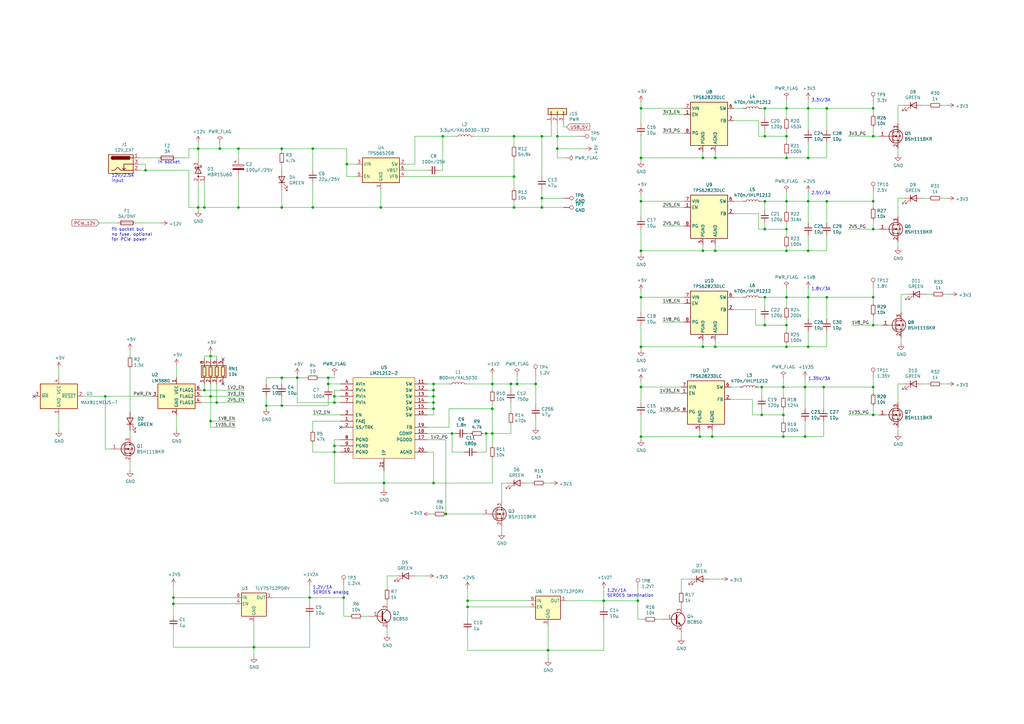
<source format=kicad_sch>
(kicad_sch (version 20210621) (generator eeschema)

  (uuid ae62b4c7-0f95-4cd9-91ac-3e7723d29f39)

  (paper "A3")

  

  (junction (at 43.18 162.56) (diameter 0) (color 0 0 0 0))
  (junction (at 59.69 69.85) (diameter 0) (color 0 0 0 0))
  (junction (at 71.12 245.11) (diameter 0) (color 0 0 0 0))
  (junction (at 71.12 247.65) (diameter 0) (color 0 0 0 0))
  (junction (at 81.28 60.96) (diameter 0) (color 0 0 0 0))
  (junction (at 81.28 85.09) (diameter 0) (color 0 0 0 0))
  (junction (at 83.82 85.09) (diameter 0) (color 0 0 0 0))
  (junction (at 83.82 160.02) (diameter 0) (color 0 0 0 0))
  (junction (at 86.36 146.05) (diameter 0) (color 0 0 0 0))
  (junction (at 86.36 162.56) (diameter 0) (color 0 0 0 0))
  (junction (at 86.36 172.72) (diameter 0) (color 0 0 0 0))
  (junction (at 88.9 165.1) (diameter 0) (color 0 0 0 0))
  (junction (at 90.17 60.96) (diameter 0) (color 0 0 0 0))
  (junction (at 97.79 60.96) (diameter 0) (color 0 0 0 0))
  (junction (at 97.79 85.09) (diameter 0) (color 0 0 0 0))
  (junction (at 104.14 265.43) (diameter 0) (color 0 0 0 0))
  (junction (at 109.22 166.37) (diameter 0) (color 0 0 0 0))
  (junction (at 115.57 60.96) (diameter 0) (color 0 0 0 0))
  (junction (at 115.57 85.09) (diameter 0) (color 0 0 0 0))
  (junction (at 115.57 154.94) (diameter 0) (color 0 0 0 0))
  (junction (at 115.57 166.37) (diameter 0) (color 0 0 0 0))
  (junction (at 121.92 154.94) (diameter 0) (color 0 0 0 0))
  (junction (at 127 245.11) (diameter 0) (color 0 0 0 0))
  (junction (at 128.27 60.96) (diameter 0) (color 0 0 0 0))
  (junction (at 128.27 85.09) (diameter 0) (color 0 0 0 0))
  (junction (at 134.62 154.94) (diameter 0) (color 0 0 0 0))
  (junction (at 134.62 157.48) (diameter 0) (color 0 0 0 0))
  (junction (at 137.16 162.56) (diameter 0) (color 0 0 0 0))
  (junction (at 137.16 165.1) (diameter 0) (color 0 0 0 0))
  (junction (at 137.16 182.88) (diameter 0) (color 0 0 0 0))
  (junction (at 137.16 185.42) (diameter 0) (color 0 0 0 0))
  (junction (at 140.97 245.11) (diameter 0) (color 0 0 0 0))
  (junction (at 142.24 67.31) (diameter 0) (color 0 0 0 0))
  (junction (at 156.21 85.09) (diameter 0) (color 0 0 0 0))
  (junction (at 157.48 198.12) (diameter 0) (color 0 0 0 0))
  (junction (at 177.8 157.48) (diameter 0) (color 0 0 0 0))
  (junction (at 177.8 160.02) (diameter 0) (color 0 0 0 0))
  (junction (at 177.8 162.56) (diameter 0) (color 0 0 0 0))
  (junction (at 177.8 165.1) (diameter 0) (color 0 0 0 0))
  (junction (at 177.8 167.64) (diameter 0) (color 0 0 0 0))
  (junction (at 177.8 198.12) (diameter 0) (color 0 0 0 0))
  (junction (at 181.61 55.88) (diameter 0) (color 0 0 0 0))
  (junction (at 182.88 210.82) (diameter 0) (color 0 0 0 0))
  (junction (at 185.42 177.8) (diameter 0) (color 0 0 0 0))
  (junction (at 191.77 246.38) (diameter 0) (color 0 0 0 0))
  (junction (at 191.77 248.92) (diameter 0) (color 0 0 0 0))
  (junction (at 199.39 177.8) (diameter 0) (color 0 0 0 0))
  (junction (at 201.93 157.48) (diameter 0) (color 0 0 0 0))
  (junction (at 201.93 167.64) (diameter 0) (color 0 0 0 0))
  (junction (at 201.93 177.8) (diameter 0) (color 0 0 0 0))
  (junction (at 209.55 157.48) (diameter 0) (color 0 0 0 0))
  (junction (at 210.82 55.88) (diameter 0) (color 0 0 0 0))
  (junction (at 210.82 72.39) (diameter 0) (color 0 0 0 0))
  (junction (at 210.82 85.09) (diameter 0) (color 0 0 0 0))
  (junction (at 212.09 157.48) (diameter 0) (color 0 0 0 0))
  (junction (at 219.71 157.48) (diameter 0) (color 0 0 0 0))
  (junction (at 222.25 55.88) (diameter 0) (color 0 0 0 0))
  (junction (at 222.25 81.28) (diameter 0) (color 0 0 0 0))
  (junction (at 222.25 85.09) (diameter 0) (color 0 0 0 0))
  (junction (at 224.79 266.7) (diameter 0) (color 0 0 0 0))
  (junction (at 228.6 55.88) (diameter 0) (color 0 0 0 0))
  (junction (at 228.6 60.96) (diameter 0) (color 0 0 0 0))
  (junction (at 247.65 246.38) (diameter 0) (color 0 0 0 0))
  (junction (at 261.62 246.38) (diameter 0) (color 0 0 0 0))
  (junction (at 262.89 44.45) (diameter 0) (color 0 0 0 0))
  (junction (at 262.89 64.77) (diameter 0) (color 0 0 0 0))
  (junction (at 262.89 82.55) (diameter 0) (color 0 0 0 0))
  (junction (at 262.89 102.87) (diameter 0) (color 0 0 0 0))
  (junction (at 262.89 121.92) (diameter 0) (color 0 0 0 0))
  (junction (at 262.89 142.24) (diameter 0) (color 0 0 0 0))
  (junction (at 262.89 158.75) (diameter 0) (color 0 0 0 0))
  (junction (at 262.89 179.07) (diameter 0) (color 0 0 0 0))
  (junction (at 287.02 179.07) (diameter 0) (color 0 0 0 0))
  (junction (at 288.29 64.77) (diameter 0) (color 0 0 0 0))
  (junction (at 288.29 102.87) (diameter 0) (color 0 0 0 0))
  (junction (at 288.29 142.24) (diameter 0) (color 0 0 0 0))
  (junction (at 292.1 179.07) (diameter 0) (color 0 0 0 0))
  (junction (at 293.37 64.77) (diameter 0) (color 0 0 0 0))
  (junction (at 293.37 102.87) (diameter 0) (color 0 0 0 0))
  (junction (at 293.37 142.24) (diameter 0) (color 0 0 0 0))
  (junction (at 312.42 158.75) (diameter 0) (color 0 0 0 0))
  (junction (at 312.42 170.18) (diameter 0) (color 0 0 0 0))
  (junction (at 313.69 44.45) (diameter 0) (color 0 0 0 0))
  (junction (at 313.69 55.88) (diameter 0) (color 0 0 0 0))
  (junction (at 313.69 82.55) (diameter 0) (color 0 0 0 0))
  (junction (at 313.69 93.98) (diameter 0) (color 0 0 0 0))
  (junction (at 313.69 121.92) (diameter 0) (color 0 0 0 0))
  (junction (at 313.69 133.35) (diameter 0) (color 0 0 0 0))
  (junction (at 321.31 158.75) (diameter 0) (color 0 0 0 0))
  (junction (at 321.31 170.18) (diameter 0) (color 0 0 0 0))
  (junction (at 321.31 179.07) (diameter 0) (color 0 0 0 0))
  (junction (at 322.58 44.45) (diameter 0) (color 0 0 0 0))
  (junction (at 322.58 55.88) (diameter 0) (color 0 0 0 0))
  (junction (at 322.58 64.77) (diameter 0) (color 0 0 0 0))
  (junction (at 322.58 82.55) (diameter 0) (color 0 0 0 0))
  (junction (at 322.58 93.98) (diameter 0) (color 0 0 0 0))
  (junction (at 322.58 102.87) (diameter 0) (color 0 0 0 0))
  (junction (at 322.58 121.92) (diameter 0) (color 0 0 0 0))
  (junction (at 322.58 133.35) (diameter 0) (color 0 0 0 0))
  (junction (at 322.58 142.24) (diameter 0) (color 0 0 0 0))
  (junction (at 330.2 158.75) (diameter 0) (color 0 0 0 0))
  (junction (at 330.2 179.07) (diameter 0) (color 0 0 0 0))
  (junction (at 331.47 44.45) (diameter 0) (color 0 0 0 0))
  (junction (at 331.47 64.77) (diameter 0) (color 0 0 0 0))
  (junction (at 331.47 82.55) (diameter 0) (color 0 0 0 0))
  (junction (at 331.47 102.87) (diameter 0) (color 0 0 0 0))
  (junction (at 331.47 121.92) (diameter 0) (color 0 0 0 0))
  (junction (at 331.47 142.24) (diameter 0) (color 0 0 0 0))
  (junction (at 337.82 158.75) (diameter 0) (color 0 0 0 0))
  (junction (at 339.09 44.45) (diameter 0) (color 0 0 0 0))
  (junction (at 339.09 82.55) (diameter 0) (color 0 0 0 0))
  (junction (at 339.09 121.92) (diameter 0) (color 0 0 0 0))
  (junction (at 358.14 44.45) (diameter 0) (color 0 0 0 0))
  (junction (at 358.14 55.88) (diameter 0) (color 0 0 0 0))
  (junction (at 358.14 82.55) (diameter 0) (color 0 0 0 0))
  (junction (at 358.14 93.98) (diameter 0) (color 0 0 0 0))
  (junction (at 358.14 121.92) (diameter 0) (color 0 0 0 0))
  (junction (at 358.14 133.35) (diameter 0) (color 0 0 0 0))
  (junction (at 358.14 158.75) (diameter 0) (color 0 0 0 0))
  (junction (at 358.14 170.18) (diameter 0) (color 0 0 0 0))

  (no_connect (at 13.97 162.56) (uuid 510f919a-1729-41bb-8fca-d33b8adc182e))
  (no_connect (at 91.44 147.32) (uuid 92549672-fe68-498a-8a65-5182c89f092f))
  (no_connect (at 91.44 157.48) (uuid 0257b7d1-33fa-4eab-bcec-341f7e87d69e))
  (no_connect (at 139.7 175.26) (uuid 60c03d70-14ef-4585-9681-182395b8fad9))

  (wire (pts (xy 24.13 151.13) (xy 24.13 154.94))
    (stroke (width 0) (type default) (color 0 0 0 0))
    (uuid d060e786-1aaa-4233-b744-c926042c253a)
  )
  (wire (pts (xy 24.13 176.53) (xy 24.13 170.18))
    (stroke (width 0) (type default) (color 0 0 0 0))
    (uuid b470ae06-1925-4410-98eb-b605669ba3ee)
  )
  (wire (pts (xy 34.29 162.56) (xy 43.18 162.56))
    (stroke (width 0) (type default) (color 0 0 0 0))
    (uuid 932ef50f-c994-4b5a-8e91-8a829efa9a2d)
  )
  (wire (pts (xy 43.18 162.56) (xy 43.18 184.15))
    (stroke (width 0) (type default) (color 0 0 0 0))
    (uuid 49316e74-a440-421d-8b65-c7b59e6a0e41)
  )
  (wire (pts (xy 43.18 162.56) (xy 62.23 162.56))
    (stroke (width 0) (type default) (color 0 0 0 0))
    (uuid fd98e14f-46ce-4c61-959a-d3210d98d40c)
  )
  (wire (pts (xy 43.18 184.15) (xy 45.72 184.15))
    (stroke (width 0) (type default) (color 0 0 0 0))
    (uuid ab3fd0a3-0271-4ed9-ba80-5a8762b8d080)
  )
  (wire (pts (xy 48.26 91.44) (xy 40.64 91.44))
    (stroke (width 0) (type default) (color 0 0 0 0))
    (uuid 9cf827dc-27a2-4585-89b4-7990d0df1aa8)
  )
  (wire (pts (xy 53.34 143.51) (xy 53.34 146.05))
    (stroke (width 0) (type default) (color 0 0 0 0))
    (uuid ae5bc21b-8fb3-496d-aa3d-e979fd5ede39)
  )
  (wire (pts (xy 53.34 151.13) (xy 53.34 168.91))
    (stroke (width 0) (type default) (color 0 0 0 0))
    (uuid eabf1b56-9458-41b3-8724-ef2bc0902703)
  )
  (wire (pts (xy 53.34 176.53) (xy 53.34 179.07))
    (stroke (width 0) (type default) (color 0 0 0 0))
    (uuid 848a336a-35c3-485b-9434-cf5b92b3557f)
  )
  (wire (pts (xy 53.34 193.04) (xy 53.34 189.23))
    (stroke (width 0) (type default) (color 0 0 0 0))
    (uuid ea9025e8-60ec-42c3-a6be-551478807226)
  )
  (wire (pts (xy 55.88 91.44) (xy 66.04 91.44))
    (stroke (width 0) (type default) (color 0 0 0 0))
    (uuid 33301466-8f63-4b20-9671-84a68986efd0)
  )
  (wire (pts (xy 57.15 64.77) (xy 64.77 64.77))
    (stroke (width 0) (type default) (color 0 0 0 0))
    (uuid b4801e43-1009-4869-ac65-b62d9a4f0e21)
  )
  (wire (pts (xy 57.15 67.31) (xy 59.69 67.31))
    (stroke (width 0) (type default) (color 0 0 0 0))
    (uuid 643d770c-2409-46cf-89aa-4cce22fb4e14)
  )
  (wire (pts (xy 57.15 69.85) (xy 59.69 69.85))
    (stroke (width 0) (type default) (color 0 0 0 0))
    (uuid da7a8e0b-1eda-4135-960b-a8e6b9428ba4)
  )
  (wire (pts (xy 59.69 67.31) (xy 59.69 69.85))
    (stroke (width 0) (type default) (color 0 0 0 0))
    (uuid 7d50c015-6d0e-4bfd-b032-b2d48dc9a9da)
  )
  (wire (pts (xy 59.69 69.85) (xy 77.47 69.85))
    (stroke (width 0) (type default) (color 0 0 0 0))
    (uuid 589e4990-7041-49be-90c7-03b4611944e9)
  )
  (wire (pts (xy 71.12 240.03) (xy 71.12 245.11))
    (stroke (width 0) (type default) (color 0 0 0 0))
    (uuid aae3892b-fe6c-469c-a340-8393a28a1388)
  )
  (wire (pts (xy 71.12 245.11) (xy 71.12 247.65))
    (stroke (width 0) (type default) (color 0 0 0 0))
    (uuid 18999317-6e02-49a1-8e2d-fd34e39c7728)
  )
  (wire (pts (xy 71.12 245.11) (xy 96.52 245.11))
    (stroke (width 0) (type default) (color 0 0 0 0))
    (uuid 099cf411-08e4-4fe1-b433-7ccad188c0a2)
  )
  (wire (pts (xy 71.12 247.65) (xy 71.12 252.73))
    (stroke (width 0) (type default) (color 0 0 0 0))
    (uuid 54d59ed3-60d5-4086-8f07-874d71e3c952)
  )
  (wire (pts (xy 71.12 257.81) (xy 71.12 265.43))
    (stroke (width 0) (type default) (color 0 0 0 0))
    (uuid 6f72df60-bbe2-4814-a336-43cd143c49b8)
  )
  (wire (pts (xy 71.12 265.43) (xy 104.14 265.43))
    (stroke (width 0) (type default) (color 0 0 0 0))
    (uuid df56018b-f5af-4c58-9abd-67190c32e098)
  )
  (wire (pts (xy 72.39 64.77) (xy 77.47 64.77))
    (stroke (width 0) (type default) (color 0 0 0 0))
    (uuid 98d18e3d-9fec-4d93-99c5-8e4354b9a985)
  )
  (wire (pts (xy 72.39 149.86) (xy 72.39 154.94))
    (stroke (width 0) (type default) (color 0 0 0 0))
    (uuid 8c1a5119-f7d1-4cfc-9657-1ae9218554f7)
  )
  (wire (pts (xy 72.39 176.53) (xy 72.39 170.18))
    (stroke (width 0) (type default) (color 0 0 0 0))
    (uuid a0f70b84-78e4-4036-b5e5-334324464be1)
  )
  (wire (pts (xy 77.47 60.96) (xy 81.28 60.96))
    (stroke (width 0) (type default) (color 0 0 0 0))
    (uuid 96baaa39-1e76-43af-8771-d4ca20326ed7)
  )
  (wire (pts (xy 77.47 64.77) (xy 77.47 60.96))
    (stroke (width 0) (type default) (color 0 0 0 0))
    (uuid 9f8da821-d065-495d-8c75-f2786aa1e1a7)
  )
  (wire (pts (xy 77.47 69.85) (xy 77.47 85.09))
    (stroke (width 0) (type default) (color 0 0 0 0))
    (uuid 70a52675-27c6-44c2-95b0-2eccfdc166ce)
  )
  (wire (pts (xy 77.47 85.09) (xy 81.28 85.09))
    (stroke (width 0) (type default) (color 0 0 0 0))
    (uuid 77a30676-53bb-46cf-9953-95b351e1ae39)
  )
  (wire (pts (xy 81.28 58.42) (xy 81.28 60.96))
    (stroke (width 0) (type default) (color 0 0 0 0))
    (uuid 9f3ddb66-c0a8-4d7b-bedb-62798a32cd77)
  )
  (wire (pts (xy 81.28 60.96) (xy 90.17 60.96))
    (stroke (width 0) (type default) (color 0 0 0 0))
    (uuid 83ddcb7a-ac79-4a1e-96de-60c1584f5280)
  )
  (wire (pts (xy 81.28 66.04) (xy 81.28 60.96))
    (stroke (width 0) (type default) (color 0 0 0 0))
    (uuid 3931e880-7071-44d3-bf54-ae0f9c44834e)
  )
  (wire (pts (xy 81.28 74.93) (xy 81.28 85.09))
    (stroke (width 0) (type default) (color 0 0 0 0))
    (uuid 7d4e2d93-eec9-4675-8d0e-ab83019f4f3c)
  )
  (wire (pts (xy 81.28 85.09) (xy 81.28 86.36))
    (stroke (width 0) (type default) (color 0 0 0 0))
    (uuid a2b9bf5a-1703-4085-a1eb-7a11a34ec8e8)
  )
  (wire (pts (xy 81.28 85.09) (xy 83.82 85.09))
    (stroke (width 0) (type default) (color 0 0 0 0))
    (uuid 6f125722-6fbe-4798-b833-acf3f672240c)
  )
  (wire (pts (xy 82.55 160.02) (xy 83.82 160.02))
    (stroke (width 0) (type default) (color 0 0 0 0))
    (uuid e9127bd8-789e-4a1e-a1dc-34fddd224d4f)
  )
  (wire (pts (xy 82.55 162.56) (xy 86.36 162.56))
    (stroke (width 0) (type default) (color 0 0 0 0))
    (uuid 691394ca-e5e0-414d-9d5b-04cb33062e81)
  )
  (wire (pts (xy 82.55 165.1) (xy 88.9 165.1))
    (stroke (width 0) (type default) (color 0 0 0 0))
    (uuid 077cd2a0-cefb-4a5f-928d-ec3ceb8985ec)
  )
  (wire (pts (xy 83.82 74.93) (xy 83.82 85.09))
    (stroke (width 0) (type default) (color 0 0 0 0))
    (uuid e50de939-eba9-4a52-8f4d-4b587d051e4e)
  )
  (wire (pts (xy 83.82 85.09) (xy 97.79 85.09))
    (stroke (width 0) (type default) (color 0 0 0 0))
    (uuid d45b2c6d-2da3-43c5-aad3-df32e0c92397)
  )
  (wire (pts (xy 83.82 146.05) (xy 83.82 147.32))
    (stroke (width 0) (type default) (color 0 0 0 0))
    (uuid 51374f3c-b4a3-4c2d-91b3-355500f5792d)
  )
  (wire (pts (xy 83.82 157.48) (xy 83.82 160.02))
    (stroke (width 0) (type default) (color 0 0 0 0))
    (uuid 6d678d56-7fea-47da-887d-9af1f171db77)
  )
  (wire (pts (xy 83.82 160.02) (xy 100.33 160.02))
    (stroke (width 0) (type default) (color 0 0 0 0))
    (uuid f6a92ada-35d7-4485-b52a-42c4c93c0310)
  )
  (wire (pts (xy 86.36 144.78) (xy 86.36 146.05))
    (stroke (width 0) (type default) (color 0 0 0 0))
    (uuid 14b5fb19-e021-443b-bbe1-5b4fb4928cc9)
  )
  (wire (pts (xy 86.36 146.05) (xy 83.82 146.05))
    (stroke (width 0) (type default) (color 0 0 0 0))
    (uuid 80decde2-d7b7-423f-8926-2ee18a411dd5)
  )
  (wire (pts (xy 86.36 146.05) (xy 86.36 147.32))
    (stroke (width 0) (type default) (color 0 0 0 0))
    (uuid 160cafd7-6434-4861-8944-7703bdeec48a)
  )
  (wire (pts (xy 86.36 146.05) (xy 88.9 146.05))
    (stroke (width 0) (type default) (color 0 0 0 0))
    (uuid bc87a711-af97-4662-837d-598db061c894)
  )
  (wire (pts (xy 86.36 157.48) (xy 86.36 162.56))
    (stroke (width 0) (type default) (color 0 0 0 0))
    (uuid 597d6d1c-6d54-45bf-a617-a574f698e7f8)
  )
  (wire (pts (xy 86.36 162.56) (xy 86.36 172.72))
    (stroke (width 0) (type default) (color 0 0 0 0))
    (uuid b3626f48-70b1-403d-bb4d-fecc850c04c5)
  )
  (wire (pts (xy 86.36 162.56) (xy 100.33 162.56))
    (stroke (width 0) (type default) (color 0 0 0 0))
    (uuid 4592190b-dc23-44e4-a3db-d25d2c04be35)
  )
  (wire (pts (xy 86.36 172.72) (xy 96.52 172.72))
    (stroke (width 0) (type default) (color 0 0 0 0))
    (uuid b51d3d66-5ca0-4c59-93fb-c242465f4b71)
  )
  (wire (pts (xy 86.36 175.26) (xy 86.36 172.72))
    (stroke (width 0) (type default) (color 0 0 0 0))
    (uuid 22c9d435-1654-434a-97d6-3caf224f9416)
  )
  (wire (pts (xy 88.9 146.05) (xy 88.9 147.32))
    (stroke (width 0) (type default) (color 0 0 0 0))
    (uuid 3cf37b68-3c0e-4a31-a1ec-4e0dc2ab9de5)
  )
  (wire (pts (xy 88.9 157.48) (xy 88.9 165.1))
    (stroke (width 0) (type default) (color 0 0 0 0))
    (uuid 82e237aa-49a2-4b1b-ae3e-027913810ab8)
  )
  (wire (pts (xy 88.9 165.1) (xy 100.33 165.1))
    (stroke (width 0) (type default) (color 0 0 0 0))
    (uuid f1edd3d3-aa76-4305-b37d-dee5d18ad09b)
  )
  (wire (pts (xy 90.17 58.42) (xy 90.17 60.96))
    (stroke (width 0) (type default) (color 0 0 0 0))
    (uuid 9a28ee27-e88e-4dfe-b6ed-299754b7f7f2)
  )
  (wire (pts (xy 90.17 60.96) (xy 97.79 60.96))
    (stroke (width 0) (type default) (color 0 0 0 0))
    (uuid 7c466bbc-2b2a-4ea3-899b-330dcd48f127)
  )
  (wire (pts (xy 96.52 175.26) (xy 86.36 175.26))
    (stroke (width 0) (type default) (color 0 0 0 0))
    (uuid 717ae0e9-10fc-4a7b-87f4-a86cf4c0e2fd)
  )
  (wire (pts (xy 96.52 247.65) (xy 71.12 247.65))
    (stroke (width 0) (type default) (color 0 0 0 0))
    (uuid 3b86bf11-7b25-45e9-9a20-9e2e9da1ff55)
  )
  (wire (pts (xy 97.79 60.96) (xy 97.79 64.77))
    (stroke (width 0) (type default) (color 0 0 0 0))
    (uuid 6a0c26db-fad5-410f-9b4e-7c4d4696e97e)
  )
  (wire (pts (xy 97.79 60.96) (xy 115.57 60.96))
    (stroke (width 0) (type default) (color 0 0 0 0))
    (uuid a8da478a-cad2-442d-8952-e61f7288cba1)
  )
  (wire (pts (xy 97.79 85.09) (xy 97.79 72.39))
    (stroke (width 0) (type default) (color 0 0 0 0))
    (uuid cf425446-2065-49dd-bd2b-cd9629e9466d)
  )
  (wire (pts (xy 97.79 85.09) (xy 115.57 85.09))
    (stroke (width 0) (type default) (color 0 0 0 0))
    (uuid b0ad39ac-348f-4ae5-9795-2605e0727498)
  )
  (wire (pts (xy 104.14 255.27) (xy 104.14 265.43))
    (stroke (width 0) (type default) (color 0 0 0 0))
    (uuid 60ce401d-e972-4e37-9017-b18e80808b2f)
  )
  (wire (pts (xy 104.14 269.24) (xy 104.14 265.43))
    (stroke (width 0) (type default) (color 0 0 0 0))
    (uuid 70c82fed-7ede-4b6f-bcc1-3dac7250a1b6)
  )
  (wire (pts (xy 109.22 154.94) (xy 115.57 154.94))
    (stroke (width 0) (type default) (color 0 0 0 0))
    (uuid 9bd1daf2-07de-4a8d-8fe0-47532ccd17a4)
  )
  (wire (pts (xy 109.22 157.48) (xy 109.22 154.94))
    (stroke (width 0) (type default) (color 0 0 0 0))
    (uuid b61e7688-9d06-4e0d-b42c-45688aac77da)
  )
  (wire (pts (xy 109.22 162.56) (xy 109.22 166.37))
    (stroke (width 0) (type default) (color 0 0 0 0))
    (uuid 70232c0a-53c6-4d5f-9836-50b5cf9e27bd)
  )
  (wire (pts (xy 109.22 167.64) (xy 109.22 166.37))
    (stroke (width 0) (type default) (color 0 0 0 0))
    (uuid 4d69fe4d-4463-44d8-a882-93279f97f9e9)
  )
  (wire (pts (xy 111.76 245.11) (xy 127 245.11))
    (stroke (width 0) (type default) (color 0 0 0 0))
    (uuid ea165ab9-57ca-41a2-b751-ae0327a5f8b3)
  )
  (wire (pts (xy 115.57 62.23) (xy 115.57 60.96))
    (stroke (width 0) (type default) (color 0 0 0 0))
    (uuid 9e2877a2-53c4-4865-a613-496ad37d79dd)
  )
  (wire (pts (xy 115.57 67.31) (xy 115.57 69.85))
    (stroke (width 0) (type default) (color 0 0 0 0))
    (uuid 7d9e3ceb-22a8-43aa-a984-0499e1e9bab5)
  )
  (wire (pts (xy 115.57 77.47) (xy 115.57 85.09))
    (stroke (width 0) (type default) (color 0 0 0 0))
    (uuid 87ef78d9-777c-4be9-9710-c1b9103ab4f9)
  )
  (wire (pts (xy 115.57 154.94) (xy 115.57 157.48))
    (stroke (width 0) (type default) (color 0 0 0 0))
    (uuid b55691d9-1a2e-43e0-9161-d03dd0d65cd2)
  )
  (wire (pts (xy 115.57 154.94) (xy 121.92 154.94))
    (stroke (width 0) (type default) (color 0 0 0 0))
    (uuid 32dfb0ba-6322-4411-8e7e-32b995b1a9de)
  )
  (wire (pts (xy 115.57 162.56) (xy 115.57 166.37))
    (stroke (width 0) (type default) (color 0 0 0 0))
    (uuid 16c26aa8-cb39-4458-b129-250460bc46a6)
  )
  (wire (pts (xy 115.57 166.37) (xy 109.22 166.37))
    (stroke (width 0) (type default) (color 0 0 0 0))
    (uuid c80f8c11-1c76-4792-b8fa-e923360fcb2b)
  )
  (wire (pts (xy 121.92 153.67) (xy 121.92 154.94))
    (stroke (width 0) (type default) (color 0 0 0 0))
    (uuid 8b5c4b2e-af14-4c75-b846-ccf13dac33d1)
  )
  (wire (pts (xy 121.92 165.1) (xy 121.92 154.94))
    (stroke (width 0) (type default) (color 0 0 0 0))
    (uuid 951a54a7-32ce-42c3-9978-1ff233a4a86a)
  )
  (wire (pts (xy 125.73 154.94) (xy 121.92 154.94))
    (stroke (width 0) (type default) (color 0 0 0 0))
    (uuid 1864ac7a-7df0-46fa-b643-0dd1e4da871e)
  )
  (wire (pts (xy 127 240.03) (xy 127 245.11))
    (stroke (width 0) (type default) (color 0 0 0 0))
    (uuid 0b419e47-4938-409c-b225-b37ce3bd057a)
  )
  (wire (pts (xy 127 247.65) (xy 127 245.11))
    (stroke (width 0) (type default) (color 0 0 0 0))
    (uuid e2d15bc9-81f1-44c3-9aa6-6d1e4c209feb)
  )
  (wire (pts (xy 127 252.73) (xy 127 265.43))
    (stroke (width 0) (type default) (color 0 0 0 0))
    (uuid a1d8c5c2-4535-42fa-976e-fd4b3282383a)
  )
  (wire (pts (xy 127 265.43) (xy 104.14 265.43))
    (stroke (width 0) (type default) (color 0 0 0 0))
    (uuid 6a4d8fba-49db-4609-a721-835a8f62112e)
  )
  (wire (pts (xy 128.27 60.96) (xy 115.57 60.96))
    (stroke (width 0) (type default) (color 0 0 0 0))
    (uuid f3dc3cf6-109e-4f10-9d88-d11125964fb9)
  )
  (wire (pts (xy 128.27 60.96) (xy 142.24 60.96))
    (stroke (width 0) (type default) (color 0 0 0 0))
    (uuid 1b87c09a-11aa-44e2-ba77-68969c6e70bf)
  )
  (wire (pts (xy 128.27 69.85) (xy 128.27 60.96))
    (stroke (width 0) (type default) (color 0 0 0 0))
    (uuid 14f38723-745f-4be9-9970-45664135637b)
  )
  (wire (pts (xy 128.27 74.93) (xy 128.27 85.09))
    (stroke (width 0) (type default) (color 0 0 0 0))
    (uuid d8fc1d48-0b22-4a21-856d-212f74da2399)
  )
  (wire (pts (xy 128.27 85.09) (xy 115.57 85.09))
    (stroke (width 0) (type default) (color 0 0 0 0))
    (uuid c9bad955-e41d-44ec-9659-6d8f0f6ae287)
  )
  (wire (pts (xy 128.27 85.09) (xy 156.21 85.09))
    (stroke (width 0) (type default) (color 0 0 0 0))
    (uuid 37729196-b55c-4477-bc80-48de915762b4)
  )
  (wire (pts (xy 128.27 172.72) (xy 139.7 172.72))
    (stroke (width 0) (type default) (color 0 0 0 0))
    (uuid 0988cbe7-8f05-4052-b8be-017b779aa7b0)
  )
  (wire (pts (xy 128.27 176.53) (xy 128.27 172.72))
    (stroke (width 0) (type default) (color 0 0 0 0))
    (uuid 6d3f3cf1-c46d-4890-b67e-37186ed17c6d)
  )
  (wire (pts (xy 128.27 181.61) (xy 128.27 185.42))
    (stroke (width 0) (type default) (color 0 0 0 0))
    (uuid 8c3383b4-e2c6-4851-a6d2-67c12e8aa813)
  )
  (wire (pts (xy 128.27 185.42) (xy 137.16 185.42))
    (stroke (width 0) (type default) (color 0 0 0 0))
    (uuid c5c01906-89d9-4f9b-9a5e-e6e7ee4058ec)
  )
  (wire (pts (xy 130.81 154.94) (xy 134.62 154.94))
    (stroke (width 0) (type default) (color 0 0 0 0))
    (uuid 1c0822ca-5028-4094-8613-4a9a1afdddbd)
  )
  (wire (pts (xy 134.62 154.94) (xy 134.62 157.48))
    (stroke (width 0) (type default) (color 0 0 0 0))
    (uuid 568549df-4dc5-4d96-9b44-ff37b901993d)
  )
  (wire (pts (xy 134.62 157.48) (xy 139.7 157.48))
    (stroke (width 0) (type default) (color 0 0 0 0))
    (uuid 8da805b3-f00b-4606-87ab-d33b86d04175)
  )
  (wire (pts (xy 134.62 158.75) (xy 134.62 157.48))
    (stroke (width 0) (type default) (color 0 0 0 0))
    (uuid fe34a18e-5d5b-467e-9d91-364532640c5d)
  )
  (wire (pts (xy 134.62 163.83) (xy 134.62 166.37))
    (stroke (width 0) (type default) (color 0 0 0 0))
    (uuid 17652dab-6e28-4bdc-a52e-72d7619130e3)
  )
  (wire (pts (xy 134.62 166.37) (xy 115.57 166.37))
    (stroke (width 0) (type default) (color 0 0 0 0))
    (uuid 2b095ca4-a07e-47b8-aaea-1b145df716ed)
  )
  (wire (pts (xy 137.16 153.67) (xy 137.16 154.94))
    (stroke (width 0) (type default) (color 0 0 0 0))
    (uuid c8fb981c-801a-46e3-af4c-ab57482498c0)
  )
  (wire (pts (xy 137.16 154.94) (xy 134.62 154.94))
    (stroke (width 0) (type default) (color 0 0 0 0))
    (uuid 5fcddc30-b763-425f-a54c-a1be202f5c5a)
  )
  (wire (pts (xy 137.16 160.02) (xy 139.7 160.02))
    (stroke (width 0) (type default) (color 0 0 0 0))
    (uuid 3af98d79-4308-494e-8288-7b14f4240c15)
  )
  (wire (pts (xy 137.16 162.56) (xy 137.16 160.02))
    (stroke (width 0) (type default) (color 0 0 0 0))
    (uuid d28754a3-0e5d-44b5-aba9-705b82dab3f2)
  )
  (wire (pts (xy 137.16 165.1) (xy 121.92 165.1))
    (stroke (width 0) (type default) (color 0 0 0 0))
    (uuid 5d544bf2-877a-4aba-b550-d8919a7a7894)
  )
  (wire (pts (xy 137.16 165.1) (xy 137.16 162.56))
    (stroke (width 0) (type default) (color 0 0 0 0))
    (uuid 93578fd1-5d53-4362-bd19-c121578f05f6)
  )
  (wire (pts (xy 137.16 180.34) (xy 139.7 180.34))
    (stroke (width 0) (type default) (color 0 0 0 0))
    (uuid dd44e000-4741-461d-853b-5551b1c0ee38)
  )
  (wire (pts (xy 137.16 182.88) (xy 137.16 180.34))
    (stroke (width 0) (type default) (color 0 0 0 0))
    (uuid b7c33cd2-4aea-4997-98f8-abd4dc0d1d33)
  )
  (wire (pts (xy 137.16 185.42) (xy 137.16 182.88))
    (stroke (width 0) (type default) (color 0 0 0 0))
    (uuid 7b5155b7-a98b-4c95-856e-b8a39cf840e0)
  )
  (wire (pts (xy 137.16 185.42) (xy 139.7 185.42))
    (stroke (width 0) (type default) (color 0 0 0 0))
    (uuid 187e9181-2beb-4e64-a630-a87dccabef8b)
  )
  (wire (pts (xy 137.16 198.12) (xy 137.16 185.42))
    (stroke (width 0) (type default) (color 0 0 0 0))
    (uuid b37909d7-9069-4bb7-854d-f30c487f8540)
  )
  (wire (pts (xy 139.7 162.56) (xy 137.16 162.56))
    (stroke (width 0) (type default) (color 0 0 0 0))
    (uuid 9d4b0764-fc68-4c37-9620-aaba9f01d880)
  )
  (wire (pts (xy 139.7 165.1) (xy 137.16 165.1))
    (stroke (width 0) (type default) (color 0 0 0 0))
    (uuid d165ee46-56fa-4d68-954a-d4aac097f720)
  )
  (wire (pts (xy 139.7 170.18) (xy 128.27 170.18))
    (stroke (width 0) (type default) (color 0 0 0 0))
    (uuid cba15c05-368c-492c-a344-c5e9981c4274)
  )
  (wire (pts (xy 139.7 182.88) (xy 137.16 182.88))
    (stroke (width 0) (type default) (color 0 0 0 0))
    (uuid 3705ccdb-e940-4d0f-bb8c-97b8eaee6153)
  )
  (wire (pts (xy 140.97 240.03) (xy 140.97 245.11))
    (stroke (width 0) (type default) (color 0 0 0 0))
    (uuid a9a38d98-b760-4c6e-bc48-1416a3b7f51a)
  )
  (wire (pts (xy 140.97 245.11) (xy 127 245.11))
    (stroke (width 0) (type default) (color 0 0 0 0))
    (uuid 6da67948-a005-496a-b097-8adca615c8d6)
  )
  (wire (pts (xy 140.97 252.73) (xy 140.97 245.11))
    (stroke (width 0) (type default) (color 0 0 0 0))
    (uuid 58cc6a53-c877-492f-83b7-3c3300abd820)
  )
  (wire (pts (xy 142.24 60.96) (xy 142.24 67.31))
    (stroke (width 0) (type default) (color 0 0 0 0))
    (uuid e2b3626e-ae26-4c15-b85b-c2f6e6759eb8)
  )
  (wire (pts (xy 142.24 67.31) (xy 142.24 72.39))
    (stroke (width 0) (type default) (color 0 0 0 0))
    (uuid d7043744-6adb-4549-a145-ba8eed4ea522)
  )
  (wire (pts (xy 142.24 67.31) (xy 146.05 67.31))
    (stroke (width 0) (type default) (color 0 0 0 0))
    (uuid 32aa8850-cfcf-4703-9789-b791e3d075ed)
  )
  (wire (pts (xy 142.24 72.39) (xy 146.05 72.39))
    (stroke (width 0) (type default) (color 0 0 0 0))
    (uuid 6b340f96-c30d-48a6-87fa-51fcc60b0aaa)
  )
  (wire (pts (xy 143.51 252.73) (xy 140.97 252.73))
    (stroke (width 0) (type default) (color 0 0 0 0))
    (uuid 1200c9c9-1d60-46c3-8768-594fecc25974)
  )
  (wire (pts (xy 148.59 252.73) (xy 151.13 252.73))
    (stroke (width 0) (type default) (color 0 0 0 0))
    (uuid 4734854f-60d5-48e7-bd8d-0729a2c80bed)
  )
  (wire (pts (xy 156.21 77.47) (xy 156.21 85.09))
    (stroke (width 0) (type default) (color 0 0 0 0))
    (uuid 7fadb9a2-8bb9-45a9-b402-7a4037ad8bab)
  )
  (wire (pts (xy 156.21 85.09) (xy 210.82 85.09))
    (stroke (width 0) (type default) (color 0 0 0 0))
    (uuid 154395e8-fdaa-490c-a716-b3477e1e48cb)
  )
  (wire (pts (xy 157.48 198.12) (xy 137.16 198.12))
    (stroke (width 0) (type default) (color 0 0 0 0))
    (uuid c8c462cc-51d5-43a7-8e07-5d027721ee8f)
  )
  (wire (pts (xy 157.48 198.12) (xy 157.48 193.04))
    (stroke (width 0) (type default) (color 0 0 0 0))
    (uuid 65823aa1-b5d2-4683-a9c5-091a28bc767d)
  )
  (wire (pts (xy 157.48 198.12) (xy 177.8 198.12))
    (stroke (width 0) (type default) (color 0 0 0 0))
    (uuid 7db80f15-3075-4dca-9d48-b205fd50c09b)
  )
  (wire (pts (xy 157.48 200.66) (xy 157.48 198.12))
    (stroke (width 0) (type default) (color 0 0 0 0))
    (uuid e7d8db9d-196f-43d8-ac50-8d1025a07ece)
  )
  (wire (pts (xy 158.75 236.22) (xy 158.75 241.3))
    (stroke (width 0) (type default) (color 0 0 0 0))
    (uuid ded15acd-9dca-46d3-b578-e0f84b44b393)
  )
  (wire (pts (xy 158.75 246.38) (xy 158.75 247.65))
    (stroke (width 0) (type default) (color 0 0 0 0))
    (uuid abfd1d9d-8d4a-48de-8df1-a6526af1a58e)
  )
  (wire (pts (xy 158.75 260.35) (xy 158.75 257.81))
    (stroke (width 0) (type default) (color 0 0 0 0))
    (uuid 3faa9409-0370-449d-8364-3855fe963843)
  )
  (wire (pts (xy 162.56 236.22) (xy 158.75 236.22))
    (stroke (width 0) (type default) (color 0 0 0 0))
    (uuid c5cbf6d8-ac6c-42d0-b7ba-ef76dc3a56b6)
  )
  (wire (pts (xy 166.37 67.31) (xy 170.18 67.31))
    (stroke (width 0) (type default) (color 0 0 0 0))
    (uuid abd9da84-3530-48e7-bea1-387080a5c6a8)
  )
  (wire (pts (xy 166.37 69.85) (xy 175.26 69.85))
    (stroke (width 0) (type default) (color 0 0 0 0))
    (uuid 5e73b0a2-872d-4022-9edb-70c057a60df9)
  )
  (wire (pts (xy 166.37 72.39) (xy 210.82 72.39))
    (stroke (width 0) (type default) (color 0 0 0 0))
    (uuid e569652f-8bad-4283-8bac-8f27f205bad0)
  )
  (wire (pts (xy 170.18 55.88) (xy 181.61 55.88))
    (stroke (width 0) (type default) (color 0 0 0 0))
    (uuid 9dd1d8f8-54ac-42e3-a4ae-f747e6b8ba0c)
  )
  (wire (pts (xy 170.18 67.31) (xy 170.18 55.88))
    (stroke (width 0) (type default) (color 0 0 0 0))
    (uuid 57ce2c79-f52f-4206-a7e9-f811bcea5221)
  )
  (wire (pts (xy 175.26 157.48) (xy 177.8 157.48))
    (stroke (width 0) (type default) (color 0 0 0 0))
    (uuid be2ee7ec-81d7-44a0-a4af-982158eb901e)
  )
  (wire (pts (xy 175.26 170.18) (xy 177.8 170.18))
    (stroke (width 0) (type default) (color 0 0 0 0))
    (uuid 9765e531-fcd9-469a-84d4-07662038aaa0)
  )
  (wire (pts (xy 175.26 175.26) (xy 184.15 175.26))
    (stroke (width 0) (type default) (color 0 0 0 0))
    (uuid fee23b0f-7fa2-4ebf-a1c4-217fcca25124)
  )
  (wire (pts (xy 175.26 180.34) (xy 182.88 180.34))
    (stroke (width 0) (type default) (color 0 0 0 0))
    (uuid e5e81b57-0162-4ba9-b1ed-14f86c4a11bb)
  )
  (wire (pts (xy 175.26 236.22) (xy 170.18 236.22))
    (stroke (width 0) (type default) (color 0 0 0 0))
    (uuid 5afe24da-0386-4f48-a53c-ac683a06b822)
  )
  (wire (pts (xy 176.53 210.82) (xy 177.8 210.82))
    (stroke (width 0) (type default) (color 0 0 0 0))
    (uuid b2201fc5-7d8f-4257-b174-9bd5161d0f00)
  )
  (wire (pts (xy 177.8 160.02) (xy 175.26 160.02))
    (stroke (width 0) (type default) (color 0 0 0 0))
    (uuid 2d332a11-729a-4497-8549-952851b5f6b8)
  )
  (wire (pts (xy 177.8 160.02) (xy 177.8 157.48))
    (stroke (width 0) (type default) (color 0 0 0 0))
    (uuid fe765434-ff55-49bf-8947-ab407100811c)
  )
  (wire (pts (xy 177.8 162.56) (xy 175.26 162.56))
    (stroke (width 0) (type default) (color 0 0 0 0))
    (uuid 806931db-72a5-4bc7-9693-9362ebc56d23)
  )
  (wire (pts (xy 177.8 162.56) (xy 177.8 160.02))
    (stroke (width 0) (type default) (color 0 0 0 0))
    (uuid 03675b15-4c46-4713-bf4a-1784b530510a)
  )
  (wire (pts (xy 177.8 165.1) (xy 175.26 165.1))
    (stroke (width 0) (type default) (color 0 0 0 0))
    (uuid 0ff88854-b554-4e43-9886-80947854542f)
  )
  (wire (pts (xy 177.8 165.1) (xy 177.8 162.56))
    (stroke (width 0) (type default) (color 0 0 0 0))
    (uuid 0521a631-7a98-428b-88a3-de927decdf58)
  )
  (wire (pts (xy 177.8 167.64) (xy 175.26 167.64))
    (stroke (width 0) (type default) (color 0 0 0 0))
    (uuid 9cb551a5-35cf-47e8-9ef8-a524ea6d6cab)
  )
  (wire (pts (xy 177.8 167.64) (xy 177.8 165.1))
    (stroke (width 0) (type default) (color 0 0 0 0))
    (uuid aff409af-4aef-48c9-80e7-8bfe4ef98087)
  )
  (wire (pts (xy 177.8 170.18) (xy 177.8 167.64))
    (stroke (width 0) (type default) (color 0 0 0 0))
    (uuid dc078d0a-aa25-4e81-9c0d-ffc117844e4b)
  )
  (wire (pts (xy 177.8 185.42) (xy 175.26 185.42))
    (stroke (width 0) (type default) (color 0 0 0 0))
    (uuid 4d7abfe9-7b87-424a-b7c7-48ef51fba2e0)
  )
  (wire (pts (xy 177.8 198.12) (xy 177.8 185.42))
    (stroke (width 0) (type default) (color 0 0 0 0))
    (uuid 4bf02dfe-4876-4ce2-ab3b-8eac8b261825)
  )
  (wire (pts (xy 181.61 55.88) (xy 181.61 69.85))
    (stroke (width 0) (type default) (color 0 0 0 0))
    (uuid 00cc6cd9-1e6c-4cfc-9e9d-0188b5a12915)
  )
  (wire (pts (xy 181.61 69.85) (xy 180.34 69.85))
    (stroke (width 0) (type default) (color 0 0 0 0))
    (uuid 25eef2d4-b59d-4710-9b5a-97ca196a5279)
  )
  (wire (pts (xy 182.88 180.34) (xy 182.88 210.82))
    (stroke (width 0) (type default) (color 0 0 0 0))
    (uuid 81cdf979-fb6a-4909-a868-189065f36104)
  )
  (wire (pts (xy 182.88 210.82) (xy 198.12 210.82))
    (stroke (width 0) (type default) (color 0 0 0 0))
    (uuid 84793c24-d0e4-4edb-bb17-eec0a7f61464)
  )
  (wire (pts (xy 184.15 157.48) (xy 177.8 157.48))
    (stroke (width 0) (type default) (color 0 0 0 0))
    (uuid 27b23c2a-28ee-44d7-8617-d1af512a8105)
  )
  (wire (pts (xy 184.15 167.64) (xy 201.93 167.64))
    (stroke (width 0) (type default) (color 0 0 0 0))
    (uuid 489bbb57-48cb-4797-a2ad-3fd55370025f)
  )
  (wire (pts (xy 184.15 175.26) (xy 184.15 167.64))
    (stroke (width 0) (type default) (color 0 0 0 0))
    (uuid 2c97eee8-5c69-4812-951e-f237df1185d2)
  )
  (wire (pts (xy 185.42 177.8) (xy 175.26 177.8))
    (stroke (width 0) (type default) (color 0 0 0 0))
    (uuid 131875b1-256e-4a5f-8bff-defb27d37c5a)
  )
  (wire (pts (xy 185.42 185.42) (xy 185.42 177.8))
    (stroke (width 0) (type default) (color 0 0 0 0))
    (uuid 38b5385e-430a-4c9b-ab49-008bc2cc7983)
  )
  (wire (pts (xy 186.69 55.88) (xy 181.61 55.88))
    (stroke (width 0) (type default) (color 0 0 0 0))
    (uuid 3f3d2afa-1181-4cfa-8829-545e018209b5)
  )
  (wire (pts (xy 186.69 177.8) (xy 185.42 177.8))
    (stroke (width 0) (type default) (color 0 0 0 0))
    (uuid 8c949dd4-d23b-4d21-bb1f-523f8c76d87f)
  )
  (wire (pts (xy 190.5 185.42) (xy 185.42 185.42))
    (stroke (width 0) (type default) (color 0 0 0 0))
    (uuid 01412f69-398a-4865-95b4-a5d0525437cc)
  )
  (wire (pts (xy 191.77 177.8) (xy 193.04 177.8))
    (stroke (width 0) (type default) (color 0 0 0 0))
    (uuid f0ae5bbe-f51b-4eea-9e34-312dbb145dbd)
  )
  (wire (pts (xy 191.77 241.3) (xy 191.77 246.38))
    (stroke (width 0) (type default) (color 0 0 0 0))
    (uuid 0d81ef6a-9d9f-486e-98f5-b0490e167004)
  )
  (wire (pts (xy 191.77 246.38) (xy 191.77 248.92))
    (stroke (width 0) (type default) (color 0 0 0 0))
    (uuid 01364f80-b294-4d1f-a2d4-8f7c7058f8cf)
  )
  (wire (pts (xy 191.77 246.38) (xy 217.17 246.38))
    (stroke (width 0) (type default) (color 0 0 0 0))
    (uuid 6be1abc2-3709-4236-ae05-59c3c72072f7)
  )
  (wire (pts (xy 191.77 248.92) (xy 191.77 254))
    (stroke (width 0) (type default) (color 0 0 0 0))
    (uuid faca19f8-354a-4a5c-b89d-7a7237e59981)
  )
  (wire (pts (xy 191.77 259.08) (xy 191.77 266.7))
    (stroke (width 0) (type default) (color 0 0 0 0))
    (uuid 1997160f-f5db-4c62-983a-624876cebbe8)
  )
  (wire (pts (xy 191.77 266.7) (xy 224.79 266.7))
    (stroke (width 0) (type default) (color 0 0 0 0))
    (uuid 305a02d0-7639-4294-b691-46d0438d8768)
  )
  (wire (pts (xy 194.31 55.88) (xy 210.82 55.88))
    (stroke (width 0) (type default) (color 0 0 0 0))
    (uuid 27be6bf1-fabb-4584-a34d-aebb2a160377)
  )
  (wire (pts (xy 195.58 185.42) (xy 199.39 185.42))
    (stroke (width 0) (type default) (color 0 0 0 0))
    (uuid 865ff57e-53e3-40f4-ab42-58aa9e7f3ea0)
  )
  (wire (pts (xy 198.12 177.8) (xy 199.39 177.8))
    (stroke (width 0) (type default) (color 0 0 0 0))
    (uuid cf33cb9b-5826-41a8-aca5-88d2442e076d)
  )
  (wire (pts (xy 199.39 177.8) (xy 201.93 177.8))
    (stroke (width 0) (type default) (color 0 0 0 0))
    (uuid 1a3c81cc-34d3-4a7b-8595-f97ddca8fef5)
  )
  (wire (pts (xy 199.39 185.42) (xy 199.39 177.8))
    (stroke (width 0) (type default) (color 0 0 0 0))
    (uuid 9d73c0c4-6fe4-4ddd-8512-04c7ffcc69ea)
  )
  (wire (pts (xy 201.93 153.67) (xy 201.93 157.48))
    (stroke (width 0) (type default) (color 0 0 0 0))
    (uuid d7053d9d-3a59-4c13-bf77-4545b80cd4a8)
  )
  (wire (pts (xy 201.93 157.48) (xy 191.77 157.48))
    (stroke (width 0) (type default) (color 0 0 0 0))
    (uuid 9be2bbc2-8ee0-4a8d-ae67-eaaefd80e2ec)
  )
  (wire (pts (xy 201.93 160.02) (xy 201.93 157.48))
    (stroke (width 0) (type default) (color 0 0 0 0))
    (uuid 63ce9caa-b641-4760-8352-d5d1dc2de4a1)
  )
  (wire (pts (xy 201.93 167.64) (xy 201.93 165.1))
    (stroke (width 0) (type default) (color 0 0 0 0))
    (uuid 081fd7b2-236f-421d-b5f8-4660c091c8bd)
  )
  (wire (pts (xy 201.93 177.8) (xy 201.93 167.64))
    (stroke (width 0) (type default) (color 0 0 0 0))
    (uuid 37b518c2-147c-4995-9c7c-bba9baafcea3)
  )
  (wire (pts (xy 201.93 182.88) (xy 201.93 177.8))
    (stroke (width 0) (type default) (color 0 0 0 0))
    (uuid 5411ccb1-a099-4c7e-9a97-c62c80a4723d)
  )
  (wire (pts (xy 201.93 187.96) (xy 201.93 198.12))
    (stroke (width 0) (type default) (color 0 0 0 0))
    (uuid de1627a4-aae6-4857-9a45-330044f788b1)
  )
  (wire (pts (xy 201.93 198.12) (xy 177.8 198.12))
    (stroke (width 0) (type default) (color 0 0 0 0))
    (uuid f58fc277-49d9-4f38-8e5e-f842ba3da15e)
  )
  (wire (pts (xy 205.74 198.12) (xy 205.74 205.74))
    (stroke (width 0) (type default) (color 0 0 0 0))
    (uuid 7bb01c3b-56d8-466b-9ec9-4e1fbae495c7)
  )
  (wire (pts (xy 205.74 218.44) (xy 205.74 215.9))
    (stroke (width 0) (type default) (color 0 0 0 0))
    (uuid abe02972-a18f-4370-8289-4f82ffdab084)
  )
  (wire (pts (xy 208.28 198.12) (xy 205.74 198.12))
    (stroke (width 0) (type default) (color 0 0 0 0))
    (uuid f276f758-65e8-4abe-ad7b-2baa23db1ecb)
  )
  (wire (pts (xy 209.55 157.48) (xy 201.93 157.48))
    (stroke (width 0) (type default) (color 0 0 0 0))
    (uuid 64810ddd-8e45-4252-b66a-ce775aeab0be)
  )
  (wire (pts (xy 209.55 157.48) (xy 212.09 157.48))
    (stroke (width 0) (type default) (color 0 0 0 0))
    (uuid d25936f5-d5f2-4693-ba7d-995da61d5a6f)
  )
  (wire (pts (xy 209.55 160.02) (xy 209.55 157.48))
    (stroke (width 0) (type default) (color 0 0 0 0))
    (uuid 89088b1c-41ee-4961-aa34-f884d9e0783f)
  )
  (wire (pts (xy 209.55 165.1) (xy 209.55 168.91))
    (stroke (width 0) (type default) (color 0 0 0 0))
    (uuid 17f250ff-a5df-42b4-acd2-5e42adba5713)
  )
  (wire (pts (xy 209.55 173.99) (xy 209.55 177.8))
    (stroke (width 0) (type default) (color 0 0 0 0))
    (uuid 1d403774-56a7-4511-b2a0-6ca35d7f85bb)
  )
  (wire (pts (xy 209.55 177.8) (xy 201.93 177.8))
    (stroke (width 0) (type default) (color 0 0 0 0))
    (uuid d306ac2b-daf8-48e2-9a1c-75d86e342b18)
  )
  (wire (pts (xy 210.82 59.69) (xy 210.82 55.88))
    (stroke (width 0) (type default) (color 0 0 0 0))
    (uuid 5f22a5a0-1d72-4112-8ce9-60af5e756bc8)
  )
  (wire (pts (xy 210.82 64.77) (xy 210.82 72.39))
    (stroke (width 0) (type default) (color 0 0 0 0))
    (uuid 18018c75-a3fa-4e3d-8e98-5d90cfa061da)
  )
  (wire (pts (xy 210.82 72.39) (xy 210.82 77.47))
    (stroke (width 0) (type default) (color 0 0 0 0))
    (uuid 3c859dd4-8651-408c-b796-1246249c6320)
  )
  (wire (pts (xy 210.82 85.09) (xy 210.82 82.55))
    (stroke (width 0) (type default) (color 0 0 0 0))
    (uuid f8d2da80-2cc9-4eb1-970b-dd6f571baf56)
  )
  (wire (pts (xy 212.09 157.48) (xy 212.09 153.67))
    (stroke (width 0) (type default) (color 0 0 0 0))
    (uuid 660f9248-f74b-4184-a447-3758155804e3)
  )
  (wire (pts (xy 212.09 157.48) (xy 219.71 157.48))
    (stroke (width 0) (type default) (color 0 0 0 0))
    (uuid f16a7d57-98a3-4814-b77f-e434b8ea8c25)
  )
  (wire (pts (xy 215.9 198.12) (xy 218.44 198.12))
    (stroke (width 0) (type default) (color 0 0 0 0))
    (uuid 2f643e06-92ea-42c9-b31f-e542bc926df3)
  )
  (wire (pts (xy 217.17 248.92) (xy 191.77 248.92))
    (stroke (width 0) (type default) (color 0 0 0 0))
    (uuid 5fb730f1-a1f4-4a44-9e23-3411f5b09484)
  )
  (wire (pts (xy 219.71 153.67) (xy 219.71 157.48))
    (stroke (width 0) (type default) (color 0 0 0 0))
    (uuid 2b839749-e447-4e27-ad6d-5cb50e299e18)
  )
  (wire (pts (xy 219.71 157.48) (xy 219.71 166.37))
    (stroke (width 0) (type default) (color 0 0 0 0))
    (uuid e80a8ecc-f135-43f2-84e9-64bbbe0d08ae)
  )
  (wire (pts (xy 219.71 171.45) (xy 219.71 175.26))
    (stroke (width 0) (type default) (color 0 0 0 0))
    (uuid 69d44257-ff02-4bce-8f22-39af9c17c389)
  )
  (wire (pts (xy 222.25 55.88) (xy 210.82 55.88))
    (stroke (width 0) (type default) (color 0 0 0 0))
    (uuid e117e875-e373-4b42-9567-559d7387fc27)
  )
  (wire (pts (xy 222.25 55.88) (xy 222.25 72.39))
    (stroke (width 0) (type default) (color 0 0 0 0))
    (uuid b64cfbdb-c836-4550-9d03-85cb948fc877)
  )
  (wire (pts (xy 222.25 77.47) (xy 222.25 81.28))
    (stroke (width 0) (type default) (color 0 0 0 0))
    (uuid c05f958c-a805-4859-a07e-6725f7aa835d)
  )
  (wire (pts (xy 222.25 81.28) (xy 222.25 85.09))
    (stroke (width 0) (type default) (color 0 0 0 0))
    (uuid 2ec12b3e-ee29-4b95-9403-042747aa7ea1)
  )
  (wire (pts (xy 222.25 85.09) (xy 210.82 85.09))
    (stroke (width 0) (type default) (color 0 0 0 0))
    (uuid f9f67fa2-6731-4a3c-884e-c4c4482613ed)
  )
  (wire (pts (xy 222.25 85.09) (xy 231.14 85.09))
    (stroke (width 0) (type default) (color 0 0 0 0))
    (uuid b147159f-8bb1-420c-9b08-b267a671a7cb)
  )
  (wire (pts (xy 223.52 198.12) (xy 226.06 198.12))
    (stroke (width 0) (type default) (color 0 0 0 0))
    (uuid 5ccac2b1-f627-412a-962b-a04511c223e8)
  )
  (wire (pts (xy 224.79 256.54) (xy 224.79 266.7))
    (stroke (width 0) (type default) (color 0 0 0 0))
    (uuid 75494545-5d55-407b-a2cf-34481d76040d)
  )
  (wire (pts (xy 224.79 270.51) (xy 224.79 266.7))
    (stroke (width 0) (type default) (color 0 0 0 0))
    (uuid 5da20429-e1e5-4065-937c-a13c6876990d)
  )
  (wire (pts (xy 226.06 50.8) (xy 226.06 55.88))
    (stroke (width 0) (type default) (color 0 0 0 0))
    (uuid 0335346d-cbdf-4a64-9263-860200771ef3)
  )
  (wire (pts (xy 226.06 55.88) (xy 222.25 55.88))
    (stroke (width 0) (type default) (color 0 0 0 0))
    (uuid 48685320-9804-4246-8a62-d55043bfe4e4)
  )
  (wire (pts (xy 228.6 50.8) (xy 228.6 55.88))
    (stroke (width 0) (type default) (color 0 0 0 0))
    (uuid 396e711f-9f58-480f-81e1-04e75eb68f18)
  )
  (wire (pts (xy 228.6 55.88) (xy 237.49 55.88))
    (stroke (width 0) (type default) (color 0 0 0 0))
    (uuid 4a05c170-0a91-4a89-8a94-dafe153b53d8)
  )
  (wire (pts (xy 228.6 60.96) (xy 228.6 55.88))
    (stroke (width 0) (type default) (color 0 0 0 0))
    (uuid 82ee2e48-4832-40bc-b406-86fadf6bd567)
  )
  (wire (pts (xy 228.6 64.77) (xy 228.6 60.96))
    (stroke (width 0) (type default) (color 0 0 0 0))
    (uuid d91bd96b-0267-4390-a4eb-dccc8269a9d2)
  )
  (wire (pts (xy 231.14 50.8) (xy 231.14 52.07))
    (stroke (width 0) (type default) (color 0 0 0 0))
    (uuid 0049d5cc-60e5-4cb3-8dad-a9e4775a3f97)
  )
  (wire (pts (xy 231.14 52.07) (xy 232.41 52.07))
    (stroke (width 0) (type default) (color 0 0 0 0))
    (uuid 1dc94d58-5274-4f2d-8453-16def3043a47)
  )
  (wire (pts (xy 231.14 81.28) (xy 222.25 81.28))
    (stroke (width 0) (type default) (color 0 0 0 0))
    (uuid 8db324d8-1cf1-4484-9bce-31fe0bb9d3f4)
  )
  (wire (pts (xy 232.41 64.77) (xy 228.6 64.77))
    (stroke (width 0) (type default) (color 0 0 0 0))
    (uuid f98fb061-2257-4d9d-9569-0b3bd7ed0bac)
  )
  (wire (pts (xy 232.41 246.38) (xy 247.65 246.38))
    (stroke (width 0) (type default) (color 0 0 0 0))
    (uuid 761052c9-1fb0-4704-a07d-b8545198cb40)
  )
  (wire (pts (xy 240.03 60.96) (xy 228.6 60.96))
    (stroke (width 0) (type default) (color 0 0 0 0))
    (uuid 8b6237bb-61ce-4285-b244-089732c5ac29)
  )
  (wire (pts (xy 247.65 241.3) (xy 247.65 246.38))
    (stroke (width 0) (type default) (color 0 0 0 0))
    (uuid d9331a11-b01f-43ca-b36a-0e72f497b8ef)
  )
  (wire (pts (xy 247.65 248.92) (xy 247.65 246.38))
    (stroke (width 0) (type default) (color 0 0 0 0))
    (uuid dc82dd8b-10b6-4dfd-adf4-e97546191be7)
  )
  (wire (pts (xy 247.65 254) (xy 247.65 266.7))
    (stroke (width 0) (type default) (color 0 0 0 0))
    (uuid 21977bf5-7447-48c4-8465-a5c6848696ff)
  )
  (wire (pts (xy 247.65 266.7) (xy 224.79 266.7))
    (stroke (width 0) (type default) (color 0 0 0 0))
    (uuid 5dc8f556-7987-42d7-b3d5-80f1af280424)
  )
  (wire (pts (xy 261.62 241.3) (xy 261.62 246.38))
    (stroke (width 0) (type default) (color 0 0 0 0))
    (uuid bc6cf622-c165-4c15-8b96-5f0ed6366d39)
  )
  (wire (pts (xy 261.62 246.38) (xy 247.65 246.38))
    (stroke (width 0) (type default) (color 0 0 0 0))
    (uuid 7dcfb334-a3d4-44fc-aa99-743383c26f50)
  )
  (wire (pts (xy 261.62 254) (xy 261.62 246.38))
    (stroke (width 0) (type default) (color 0 0 0 0))
    (uuid 61a3de8e-6ff4-4d25-be92-e8d0be1c68a9)
  )
  (wire (pts (xy 262.89 41.91) (xy 262.89 44.45))
    (stroke (width 0) (type default) (color 0 0 0 0))
    (uuid 999201c3-3912-4fd8-a986-7972712579d1)
  )
  (wire (pts (xy 262.89 44.45) (xy 280.67 44.45))
    (stroke (width 0) (type default) (color 0 0 0 0))
    (uuid 86a2a185-9506-4483-8800-2acf89cf5348)
  )
  (wire (pts (xy 262.89 50.8) (xy 262.89 44.45))
    (stroke (width 0) (type default) (color 0 0 0 0))
    (uuid da2d5c30-42d6-4a94-97a8-d29e1e658650)
  )
  (wire (pts (xy 262.89 55.88) (xy 262.89 64.77))
    (stroke (width 0) (type default) (color 0 0 0 0))
    (uuid 16e3c4d0-a34c-4e54-8e3d-9b0677b41657)
  )
  (wire (pts (xy 262.89 64.77) (xy 262.89 66.04))
    (stroke (width 0) (type default) (color 0 0 0 0))
    (uuid f9d08f99-0e45-4f61-bf52-f424d5fc67eb)
  )
  (wire (pts (xy 262.89 64.77) (xy 288.29 64.77))
    (stroke (width 0) (type default) (color 0 0 0 0))
    (uuid 7d9248b5-1377-4a26-a423-13e500857e48)
  )
  (wire (pts (xy 262.89 80.01) (xy 262.89 82.55))
    (stroke (width 0) (type default) (color 0 0 0 0))
    (uuid 9ddc1b40-8494-4ba7-b06b-a79ebadb0bab)
  )
  (wire (pts (xy 262.89 82.55) (xy 280.67 82.55))
    (stroke (width 0) (type default) (color 0 0 0 0))
    (uuid d55b610b-c7be-4985-8ea1-04086f15a2cf)
  )
  (wire (pts (xy 262.89 88.9) (xy 262.89 82.55))
    (stroke (width 0) (type default) (color 0 0 0 0))
    (uuid 3f08edc6-7fe3-43e7-a166-91c2a80fcb54)
  )
  (wire (pts (xy 262.89 93.98) (xy 262.89 102.87))
    (stroke (width 0) (type default) (color 0 0 0 0))
    (uuid 549fadcc-3001-459a-aaab-5ac9c766a317)
  )
  (wire (pts (xy 262.89 102.87) (xy 262.89 104.14))
    (stroke (width 0) (type default) (color 0 0 0 0))
    (uuid 72cfac4d-7fd5-42fc-8a05-05419383fac8)
  )
  (wire (pts (xy 262.89 102.87) (xy 288.29 102.87))
    (stroke (width 0) (type default) (color 0 0 0 0))
    (uuid 055afd48-3db9-4435-8fdf-bde7265ae64d)
  )
  (wire (pts (xy 262.89 119.38) (xy 262.89 121.92))
    (stroke (width 0) (type default) (color 0 0 0 0))
    (uuid 8ccb4e56-2741-489d-97ab-c8ae0eb183b9)
  )
  (wire (pts (xy 262.89 121.92) (xy 280.67 121.92))
    (stroke (width 0) (type default) (color 0 0 0 0))
    (uuid c2ef3e0e-5491-4989-8a45-b24c78b896fc)
  )
  (wire (pts (xy 262.89 128.27) (xy 262.89 121.92))
    (stroke (width 0) (type default) (color 0 0 0 0))
    (uuid f584464d-0d22-4133-aeea-ecae77a7c7b3)
  )
  (wire (pts (xy 262.89 133.35) (xy 262.89 142.24))
    (stroke (width 0) (type default) (color 0 0 0 0))
    (uuid 5959eb6e-1995-4bcf-9ccd-7fd4763ccdea)
  )
  (wire (pts (xy 262.89 142.24) (xy 262.89 143.51))
    (stroke (width 0) (type default) (color 0 0 0 0))
    (uuid d96d28af-901c-4b07-8a5a-e59f3909f788)
  )
  (wire (pts (xy 262.89 142.24) (xy 288.29 142.24))
    (stroke (width 0) (type default) (color 0 0 0 0))
    (uuid a073b6ab-228c-45af-880d-3190a5fd0b09)
  )
  (wire (pts (xy 262.89 156.21) (xy 262.89 158.75))
    (stroke (width 0) (type default) (color 0 0 0 0))
    (uuid 54708b99-f93e-4c5c-b1e6-cf98d968a54f)
  )
  (wire (pts (xy 262.89 158.75) (xy 279.4 158.75))
    (stroke (width 0) (type default) (color 0 0 0 0))
    (uuid 34c7107a-8e2a-480b-8f55-ed3a76c6de63)
  )
  (wire (pts (xy 262.89 165.1) (xy 262.89 158.75))
    (stroke (width 0) (type default) (color 0 0 0 0))
    (uuid cc60f0a6-c937-47e3-8229-3982800109ea)
  )
  (wire (pts (xy 262.89 170.18) (xy 262.89 179.07))
    (stroke (width 0) (type default) (color 0 0 0 0))
    (uuid 75ad528e-c477-47a9-8579-25877441ea30)
  )
  (wire (pts (xy 262.89 179.07) (xy 262.89 180.34))
    (stroke (width 0) (type default) (color 0 0 0 0))
    (uuid 3cb15ecf-4cca-4028-8179-1aa22144062c)
  )
  (wire (pts (xy 262.89 179.07) (xy 287.02 179.07))
    (stroke (width 0) (type default) (color 0 0 0 0))
    (uuid a31b2f56-9845-4db1-92d7-f5122b35151f)
  )
  (wire (pts (xy 264.16 254) (xy 261.62 254))
    (stroke (width 0) (type default) (color 0 0 0 0))
    (uuid a9bcd735-df53-483b-a8da-200bf5a9bead)
  )
  (wire (pts (xy 269.24 254) (xy 271.78 254))
    (stroke (width 0) (type default) (color 0 0 0 0))
    (uuid d4a9c63e-5ea7-4458-8260-810a2e7211d3)
  )
  (wire (pts (xy 270.51 168.91) (xy 279.4 168.91))
    (stroke (width 0) (type default) (color 0 0 0 0))
    (uuid cba55d78-5c7f-4865-b199-889015197cf1)
  )
  (wire (pts (xy 271.78 46.99) (xy 280.67 46.99))
    (stroke (width 0) (type default) (color 0 0 0 0))
    (uuid a3f041cc-4595-42c0-8d82-68be4ce31c26)
  )
  (wire (pts (xy 279.4 161.29) (xy 270.51 161.29))
    (stroke (width 0) (type default) (color 0 0 0 0))
    (uuid f128805f-5726-4dfe-a5c8-8b88a01b70f0)
  )
  (wire (pts (xy 279.4 237.49) (xy 279.4 242.57))
    (stroke (width 0) (type default) (color 0 0 0 0))
    (uuid f0acdb68-7d87-4d9c-a700-68c98dcf4dfc)
  )
  (wire (pts (xy 279.4 247.65) (xy 279.4 248.92))
    (stroke (width 0) (type default) (color 0 0 0 0))
    (uuid cefadde3-0a9c-4422-b6fd-6af0e683f59e)
  )
  (wire (pts (xy 279.4 261.62) (xy 279.4 259.08))
    (stroke (width 0) (type default) (color 0 0 0 0))
    (uuid 32213455-e5a8-430e-bef8-58574352905b)
  )
  (wire (pts (xy 280.67 54.61) (xy 271.78 54.61))
    (stroke (width 0) (type default) (color 0 0 0 0))
    (uuid 34de4fa5-51af-4ffd-b66b-ecc000e90c8f)
  )
  (wire (pts (xy 280.67 85.09) (xy 271.78 85.09))
    (stroke (width 0) (type default) (color 0 0 0 0))
    (uuid 932ed11e-efc4-45a6-b2df-d887e34051ae)
  )
  (wire (pts (xy 280.67 92.71) (xy 271.78 92.71))
    (stroke (width 0) (type default) (color 0 0 0 0))
    (uuid d7569911-51d0-4ea9-a63e-5531ad41e9e7)
  )
  (wire (pts (xy 280.67 124.46) (xy 271.78 124.46))
    (stroke (width 0) (type default) (color 0 0 0 0))
    (uuid 89849c58-d15f-425a-acc4-de7cc7f62c29)
  )
  (wire (pts (xy 280.67 132.08) (xy 271.78 132.08))
    (stroke (width 0) (type default) (color 0 0 0 0))
    (uuid 5ceeea95-d90e-4794-be66-ccc7e44c0851)
  )
  (wire (pts (xy 283.21 237.49) (xy 279.4 237.49))
    (stroke (width 0) (type default) (color 0 0 0 0))
    (uuid a16087f3-3c30-4e6a-bb6d-d78b2543571a)
  )
  (wire (pts (xy 287.02 176.53) (xy 287.02 179.07))
    (stroke (width 0) (type default) (color 0 0 0 0))
    (uuid a7f03736-fdf0-42ee-964b-75bc5d8eb6c0)
  )
  (wire (pts (xy 287.02 179.07) (xy 292.1 179.07))
    (stroke (width 0) (type default) (color 0 0 0 0))
    (uuid b23cd675-41ad-46ef-b3e1-ae22b13fd0d4)
  )
  (wire (pts (xy 288.29 62.23) (xy 288.29 64.77))
    (stroke (width 0) (type default) (color 0 0 0 0))
    (uuid cd573a76-e862-4349-a372-86fc1a86779f)
  )
  (wire (pts (xy 288.29 64.77) (xy 293.37 64.77))
    (stroke (width 0) (type default) (color 0 0 0 0))
    (uuid b34f88c9-9457-45c1-b96c-e2f0cecbed8e)
  )
  (wire (pts (xy 288.29 100.33) (xy 288.29 102.87))
    (stroke (width 0) (type default) (color 0 0 0 0))
    (uuid 95b212ee-d575-42d2-8189-5a59c2370b7f)
  )
  (wire (pts (xy 288.29 102.87) (xy 293.37 102.87))
    (stroke (width 0) (type default) (color 0 0 0 0))
    (uuid f31806be-56a7-400a-be21-8bd3ca241e0e)
  )
  (wire (pts (xy 288.29 139.7) (xy 288.29 142.24))
    (stroke (width 0) (type default) (color 0 0 0 0))
    (uuid 911355c5-6222-441c-9c01-761ad1450433)
  )
  (wire (pts (xy 288.29 142.24) (xy 293.37 142.24))
    (stroke (width 0) (type default) (color 0 0 0 0))
    (uuid 61d0338f-3c46-4afa-8c96-1cf34b775075)
  )
  (wire (pts (xy 292.1 176.53) (xy 292.1 179.07))
    (stroke (width 0) (type default) (color 0 0 0 0))
    (uuid ddf379de-fbbf-410c-95ed-da81088ed2d3)
  )
  (wire (pts (xy 292.1 179.07) (xy 321.31 179.07))
    (stroke (width 0) (type default) (color 0 0 0 0))
    (uuid 838bd067-ea5e-4b92-9e31-55aaa218fe35)
  )
  (wire (pts (xy 293.37 62.23) (xy 293.37 64.77))
    (stroke (width 0) (type default) (color 0 0 0 0))
    (uuid f12cd541-eff3-4636-82e9-772fbf9d2146)
  )
  (wire (pts (xy 293.37 64.77) (xy 322.58 64.77))
    (stroke (width 0) (type default) (color 0 0 0 0))
    (uuid f49a32cc-3f8e-4230-b58e-38390f3b268b)
  )
  (wire (pts (xy 293.37 100.33) (xy 293.37 102.87))
    (stroke (width 0) (type default) (color 0 0 0 0))
    (uuid 8a70f517-cf2e-4337-aec6-bf0449edbbca)
  )
  (wire (pts (xy 293.37 102.87) (xy 322.58 102.87))
    (stroke (width 0) (type default) (color 0 0 0 0))
    (uuid 2ba16985-3552-44fc-b32f-ac26f8c3f9e6)
  )
  (wire (pts (xy 293.37 139.7) (xy 293.37 142.24))
    (stroke (width 0) (type default) (color 0 0 0 0))
    (uuid 767398c3-236f-4993-8b4f-5d601cb99860)
  )
  (wire (pts (xy 293.37 142.24) (xy 322.58 142.24))
    (stroke (width 0) (type default) (color 0 0 0 0))
    (uuid 1b91e1a9-34bc-4161-bbea-4f56dac4b8f3)
  )
  (wire (pts (xy 295.91 237.49) (xy 290.83 237.49))
    (stroke (width 0) (type default) (color 0 0 0 0))
    (uuid d8016fca-0b5d-4bd5-bc34-bc0156b1ac81)
  )
  (wire (pts (xy 299.72 158.75) (xy 303.53 158.75))
    (stroke (width 0) (type default) (color 0 0 0 0))
    (uuid 164d827b-0c82-4bf7-b859-2079f6063315)
  )
  (wire (pts (xy 300.99 44.45) (xy 304.8 44.45))
    (stroke (width 0) (type default) (color 0 0 0 0))
    (uuid 6aa27e35-988c-424b-9375-543243ef72fa)
  )
  (wire (pts (xy 300.99 82.55) (xy 304.8 82.55))
    (stroke (width 0) (type default) (color 0 0 0 0))
    (uuid 15541535-b203-4ce7-919a-71b8fd36fc84)
  )
  (wire (pts (xy 300.99 121.92) (xy 304.8 121.92))
    (stroke (width 0) (type default) (color 0 0 0 0))
    (uuid 4a477cb4-142c-48d6-9aa0-4f2f6283a503)
  )
  (wire (pts (xy 308.61 163.83) (xy 299.72 163.83))
    (stroke (width 0) (type default) (color 0 0 0 0))
    (uuid 7403bcb8-a8d9-4ad4-b4a5-217c18c6a44a)
  )
  (wire (pts (xy 308.61 170.18) (xy 308.61 163.83))
    (stroke (width 0) (type default) (color 0 0 0 0))
    (uuid f98278d0-4c2a-4a87-8d8d-52c892940731)
  )
  (wire (pts (xy 309.88 127) (xy 300.99 127))
    (stroke (width 0) (type default) (color 0 0 0 0))
    (uuid c3184ff6-4f26-40e4-a4e8-b3f327d51d7e)
  )
  (wire (pts (xy 309.88 133.35) (xy 309.88 127))
    (stroke (width 0) (type default) (color 0 0 0 0))
    (uuid d450e07f-b6b2-42c8-831c-39f837390fe1)
  )
  (wire (pts (xy 311.15 49.53) (xy 300.99 49.53))
    (stroke (width 0) (type default) (color 0 0 0 0))
    (uuid eeb82c89-e608-469a-9ec4-685b2396a5a3)
  )
  (wire (pts (xy 311.15 55.88) (xy 311.15 49.53))
    (stroke (width 0) (type default) (color 0 0 0 0))
    (uuid d79aaafa-59ee-44bb-8183-823caeb9295f)
  )
  (wire (pts (xy 311.15 87.63) (xy 300.99 87.63))
    (stroke (width 0) (type default) (color 0 0 0 0))
    (uuid fd8840bd-ad9e-4849-8f98-20bc060f5d51)
  )
  (wire (pts (xy 311.15 93.98) (xy 311.15 87.63))
    (stroke (width 0) (type default) (color 0 0 0 0))
    (uuid bd58e772-0161-49c5-b2ce-2dca38de0441)
  )
  (wire (pts (xy 311.15 158.75) (xy 312.42 158.75))
    (stroke (width 0) (type default) (color 0 0 0 0))
    (uuid b77fb310-0473-4d30-8be5-4d9c83fef3dd)
  )
  (wire (pts (xy 312.42 44.45) (xy 313.69 44.45))
    (stroke (width 0) (type default) (color 0 0 0 0))
    (uuid 009f2f60-a251-427a-9e62-50e7a36bff1c)
  )
  (wire (pts (xy 312.42 82.55) (xy 313.69 82.55))
    (stroke (width 0) (type default) (color 0 0 0 0))
    (uuid 35c676dc-3320-4b6f-be65-863f040fff6c)
  )
  (wire (pts (xy 312.42 121.92) (xy 313.69 121.92))
    (stroke (width 0) (type default) (color 0 0 0 0))
    (uuid 6ae44ee5-06bf-493c-8b6b-5303eef480be)
  )
  (wire (pts (xy 312.42 158.75) (xy 321.31 158.75))
    (stroke (width 0) (type default) (color 0 0 0 0))
    (uuid f88f810b-f2b5-4765-b85c-4c855f648f5b)
  )
  (wire (pts (xy 312.42 162.56) (xy 312.42 158.75))
    (stroke (width 0) (type default) (color 0 0 0 0))
    (uuid eb2fc41d-acaa-4e16-954e-90fb3c7b1166)
  )
  (wire (pts (xy 312.42 167.64) (xy 312.42 170.18))
    (stroke (width 0) (type default) (color 0 0 0 0))
    (uuid 21da0a80-b140-4f62-8111-19c11b4ee956)
  )
  (wire (pts (xy 312.42 170.18) (xy 308.61 170.18))
    (stroke (width 0) (type default) (color 0 0 0 0))
    (uuid 81feb9a3-0b7d-4c1b-866c-0ca288fee461)
  )
  (wire (pts (xy 313.69 44.45) (xy 322.58 44.45))
    (stroke (width 0) (type default) (color 0 0 0 0))
    (uuid fe697608-42e2-4ab6-a530-a102ba55b1e6)
  )
  (wire (pts (xy 313.69 48.26) (xy 313.69 44.45))
    (stroke (width 0) (type default) (color 0 0 0 0))
    (uuid c899ce66-acf9-4967-84c3-ab6382cad632)
  )
  (wire (pts (xy 313.69 53.34) (xy 313.69 55.88))
    (stroke (width 0) (type default) (color 0 0 0 0))
    (uuid 5b0f1493-e0e5-47c0-873a-014d744a714c)
  )
  (wire (pts (xy 313.69 55.88) (xy 311.15 55.88))
    (stroke (width 0) (type default) (color 0 0 0 0))
    (uuid cfff1df8-4e47-4534-9526-a2d4e8499731)
  )
  (wire (pts (xy 313.69 82.55) (xy 322.58 82.55))
    (stroke (width 0) (type default) (color 0 0 0 0))
    (uuid 0bd9d2b0-66f6-4f95-97b2-11bd7122d426)
  )
  (wire (pts (xy 313.69 86.36) (xy 313.69 82.55))
    (stroke (width 0) (type default) (color 0 0 0 0))
    (uuid 967b02f2-a587-4a0e-9638-59e8a2deb086)
  )
  (wire (pts (xy 313.69 91.44) (xy 313.69 93.98))
    (stroke (width 0) (type default) (color 0 0 0 0))
    (uuid 8454d1c6-ef2a-4fdc-ab61-850a845f6c16)
  )
  (wire (pts (xy 313.69 93.98) (xy 311.15 93.98))
    (stroke (width 0) (type default) (color 0 0 0 0))
    (uuid 949446d9-56eb-4167-a4f0-421a3e2a21a4)
  )
  (wire (pts (xy 313.69 121.92) (xy 322.58 121.92))
    (stroke (width 0) (type default) (color 0 0 0 0))
    (uuid eb35e5b6-b67d-4fbf-a84f-52a8a1ecf614)
  )
  (wire (pts (xy 313.69 125.73) (xy 313.69 121.92))
    (stroke (width 0) (type default) (color 0 0 0 0))
    (uuid 8103a37b-288f-43e9-bb8b-bd67cfbb3d76)
  )
  (wire (pts (xy 313.69 130.81) (xy 313.69 133.35))
    (stroke (width 0) (type default) (color 0 0 0 0))
    (uuid c590ebc1-82a2-4463-811e-e62cdbfd4c7e)
  )
  (wire (pts (xy 313.69 133.35) (xy 309.88 133.35))
    (stroke (width 0) (type default) (color 0 0 0 0))
    (uuid a7e2577a-5c8c-4d0c-90f7-b61d8e30fd82)
  )
  (wire (pts (xy 321.31 154.94) (xy 321.31 158.75))
    (stroke (width 0) (type default) (color 0 0 0 0))
    (uuid 31d8fb7a-338e-4886-88c9-d30b33e965a3)
  )
  (wire (pts (xy 321.31 158.75) (xy 321.31 162.56))
    (stroke (width 0) (type default) (color 0 0 0 0))
    (uuid 866cb200-add8-48b4-90a9-8544af26a569)
  )
  (wire (pts (xy 321.31 158.75) (xy 330.2 158.75))
    (stroke (width 0) (type default) (color 0 0 0 0))
    (uuid 2ae1aaba-5a80-41bc-aeca-56ae0e6fa1d9)
  )
  (wire (pts (xy 321.31 170.18) (xy 312.42 170.18))
    (stroke (width 0) (type default) (color 0 0 0 0))
    (uuid 9a786c33-40ba-4e0e-8279-64c608bcf104)
  )
  (wire (pts (xy 321.31 170.18) (xy 321.31 167.64))
    (stroke (width 0) (type default) (color 0 0 0 0))
    (uuid 9dd3eb7e-8fbe-42d5-a63f-03558f39ec0c)
  )
  (wire (pts (xy 321.31 172.72) (xy 321.31 170.18))
    (stroke (width 0) (type default) (color 0 0 0 0))
    (uuid 92176600-da00-4e31-a336-1406f5577606)
  )
  (wire (pts (xy 321.31 179.07) (xy 321.31 177.8))
    (stroke (width 0) (type default) (color 0 0 0 0))
    (uuid 1772fd01-31ea-40a8-a1f7-0524fe1d6027)
  )
  (wire (pts (xy 322.58 40.64) (xy 322.58 44.45))
    (stroke (width 0) (type default) (color 0 0 0 0))
    (uuid c78fb358-c730-43af-af92-0a3b58ece82e)
  )
  (wire (pts (xy 322.58 44.45) (xy 322.58 48.26))
    (stroke (width 0) (type default) (color 0 0 0 0))
    (uuid cce27fcd-6587-4041-8a34-64b87bb891b0)
  )
  (wire (pts (xy 322.58 44.45) (xy 331.47 44.45))
    (stroke (width 0) (type default) (color 0 0 0 0))
    (uuid 3bf6560b-c26b-4352-9058-316b69a22335)
  )
  (wire (pts (xy 322.58 55.88) (xy 313.69 55.88))
    (stroke (width 0) (type default) (color 0 0 0 0))
    (uuid e42252cb-ca66-45f4-8d14-a919baa61c6c)
  )
  (wire (pts (xy 322.58 55.88) (xy 322.58 53.34))
    (stroke (width 0) (type default) (color 0 0 0 0))
    (uuid 2c3f057b-5a7e-44e3-b05c-796c203f5697)
  )
  (wire (pts (xy 322.58 58.42) (xy 322.58 55.88))
    (stroke (width 0) (type default) (color 0 0 0 0))
    (uuid 9990cfb3-d668-4cbe-9b33-f001ce63deda)
  )
  (wire (pts (xy 322.58 64.77) (xy 322.58 63.5))
    (stroke (width 0) (type default) (color 0 0 0 0))
    (uuid 0b1af506-2a6c-46fc-a85a-134c6c6f15e2)
  )
  (wire (pts (xy 322.58 82.55) (xy 322.58 78.74))
    (stroke (width 0) (type default) (color 0 0 0 0))
    (uuid 74369778-fc61-4ee0-b690-1dbd4300002c)
  )
  (wire (pts (xy 322.58 82.55) (xy 322.58 86.36))
    (stroke (width 0) (type default) (color 0 0 0 0))
    (uuid 78253882-c398-450b-844b-837291620a79)
  )
  (wire (pts (xy 322.58 82.55) (xy 331.47 82.55))
    (stroke (width 0) (type default) (color 0 0 0 0))
    (uuid 0abfd553-fac4-41ff-9959-9565e99a5a2b)
  )
  (wire (pts (xy 322.58 93.98) (xy 313.69 93.98))
    (stroke (width 0) (type default) (color 0 0 0 0))
    (uuid 3bd8a4dc-b117-46dc-925e-e6c5e5e45661)
  )
  (wire (pts (xy 322.58 93.98) (xy 322.58 91.44))
    (stroke (width 0) (type default) (color 0 0 0 0))
    (uuid 67278d07-7550-47d2-9d3f-6518c4c40973)
  )
  (wire (pts (xy 322.58 96.52) (xy 322.58 93.98))
    (stroke (width 0) (type default) (color 0 0 0 0))
    (uuid 18c5c474-a12f-4d7e-9b35-f7f4cd8741bb)
  )
  (wire (pts (xy 322.58 102.87) (xy 322.58 101.6))
    (stroke (width 0) (type default) (color 0 0 0 0))
    (uuid 774137d4-0fa9-43d3-8b5e-5738b473df88)
  )
  (wire (pts (xy 322.58 118.11) (xy 322.58 121.92))
    (stroke (width 0) (type default) (color 0 0 0 0))
    (uuid 1a21eb53-56df-49d4-a645-117dede80635)
  )
  (wire (pts (xy 322.58 121.92) (xy 322.58 125.73))
    (stroke (width 0) (type default) (color 0 0 0 0))
    (uuid 565ecb5e-682c-4a4c-ba81-224020986614)
  )
  (wire (pts (xy 322.58 121.92) (xy 331.47 121.92))
    (stroke (width 0) (type default) (color 0 0 0 0))
    (uuid de1f3796-fbb8-435a-8a54-c24ea5b221b8)
  )
  (wire (pts (xy 322.58 133.35) (xy 313.69 133.35))
    (stroke (width 0) (type default) (color 0 0 0 0))
    (uuid 7e24ba2e-27b4-4a69-9db7-e96ebc9a8825)
  )
  (wire (pts (xy 322.58 133.35) (xy 322.58 130.81))
    (stroke (width 0) (type default) (color 0 0 0 0))
    (uuid 46a1f72f-7768-46a7-b54e-1a531bd28757)
  )
  (wire (pts (xy 322.58 135.89) (xy 322.58 133.35))
    (stroke (width 0) (type default) (color 0 0 0 0))
    (uuid 00bef611-c8d2-4a0e-9140-9b0880bd811d)
  )
  (wire (pts (xy 322.58 142.24) (xy 322.58 140.97))
    (stroke (width 0) (type default) (color 0 0 0 0))
    (uuid 79abfe33-cf25-4ed5-8529-b259972e3703)
  )
  (wire (pts (xy 330.2 154.94) (xy 330.2 158.75))
    (stroke (width 0) (type default) (color 0 0 0 0))
    (uuid 3c2bc7f2-7d57-4f55-944f-0b883840f0ba)
  )
  (wire (pts (xy 330.2 158.75) (xy 330.2 167.64))
    (stroke (width 0) (type default) (color 0 0 0 0))
    (uuid d16697e1-7834-4344-b7c5-03c4b975c066)
  )
  (wire (pts (xy 330.2 158.75) (xy 337.82 158.75))
    (stroke (width 0) (type default) (color 0 0 0 0))
    (uuid 2ad99335-09bc-4195-bbfe-731ed17abb36)
  )
  (wire (pts (xy 330.2 172.72) (xy 330.2 179.07))
    (stroke (width 0) (type default) (color 0 0 0 0))
    (uuid 24cd1468-7176-4408-9229-ea3114d33c54)
  )
  (wire (pts (xy 330.2 179.07) (xy 321.31 179.07))
    (stroke (width 0) (type default) (color 0 0 0 0))
    (uuid 3c8bc57c-df82-4e0c-bd50-a4b205603b17)
  )
  (wire (pts (xy 331.47 40.64) (xy 331.47 44.45))
    (stroke (width 0) (type default) (color 0 0 0 0))
    (uuid 3d32bfc6-f940-4928-a1ad-5b9b67d51e16)
  )
  (wire (pts (xy 331.47 44.45) (xy 331.47 53.34))
    (stroke (width 0) (type default) (color 0 0 0 0))
    (uuid 01839b64-c377-4e77-a7e6-5bf55adbc291)
  )
  (wire (pts (xy 331.47 44.45) (xy 339.09 44.45))
    (stroke (width 0) (type default) (color 0 0 0 0))
    (uuid 66d4383b-bc2f-45ab-8619-7c6e93d8b280)
  )
  (wire (pts (xy 331.47 58.42) (xy 331.47 64.77))
    (stroke (width 0) (type default) (color 0 0 0 0))
    (uuid f7f4186f-ec98-4c5d-9e3a-426fd24b29eb)
  )
  (wire (pts (xy 331.47 64.77) (xy 322.58 64.77))
    (stroke (width 0) (type default) (color 0 0 0 0))
    (uuid 2d8c851c-efc7-43f9-9270-646d91044777)
  )
  (wire (pts (xy 331.47 78.74) (xy 331.47 82.55))
    (stroke (width 0) (type default) (color 0 0 0 0))
    (uuid 2ab45000-ece9-4455-88e6-64ab715f603e)
  )
  (wire (pts (xy 331.47 82.55) (xy 331.47 91.44))
    (stroke (width 0) (type default) (color 0 0 0 0))
    (uuid f956e912-76e5-46e7-8661-31954edd7966)
  )
  (wire (pts (xy 331.47 82.55) (xy 339.09 82.55))
    (stroke (width 0) (type default) (color 0 0 0 0))
    (uuid 0ef9d927-b213-47af-bb19-4b63ae7d62ff)
  )
  (wire (pts (xy 331.47 96.52) (xy 331.47 102.87))
    (stroke (width 0) (type default) (color 0 0 0 0))
    (uuid 911ce3cd-f65f-461c-be6e-b89307bc9229)
  )
  (wire (pts (xy 331.47 102.87) (xy 322.58 102.87))
    (stroke (width 0) (type default) (color 0 0 0 0))
    (uuid f3a819ef-29d4-467c-9159-8d93b69d3536)
  )
  (wire (pts (xy 331.47 118.11) (xy 331.47 121.92))
    (stroke (width 0) (type default) (color 0 0 0 0))
    (uuid 56e3a7f9-2fd8-4139-851f-05434df5c925)
  )
  (wire (pts (xy 331.47 121.92) (xy 331.47 130.81))
    (stroke (width 0) (type default) (color 0 0 0 0))
    (uuid dbb95fb4-4d7f-405d-bb2c-732de0817711)
  )
  (wire (pts (xy 331.47 121.92) (xy 339.09 121.92))
    (stroke (width 0) (type default) (color 0 0 0 0))
    (uuid fb61fbab-b363-4f07-bce5-be41da8e1baa)
  )
  (wire (pts (xy 331.47 135.89) (xy 331.47 142.24))
    (stroke (width 0) (type default) (color 0 0 0 0))
    (uuid 158d345e-059b-4cdc-9bee-bc1a1972bd46)
  )
  (wire (pts (xy 331.47 142.24) (xy 322.58 142.24))
    (stroke (width 0) (type default) (color 0 0 0 0))
    (uuid b012bcd7-7273-4b47-aba4-6958668d1bab)
  )
  (wire (pts (xy 337.82 158.75) (xy 337.82 167.64))
    (stroke (width 0) (type default) (color 0 0 0 0))
    (uuid 0d96fe9f-90ca-403e-ba47-6261a8acae39)
  )
  (wire (pts (xy 337.82 158.75) (xy 358.14 158.75))
    (stroke (width 0) (type default) (color 0 0 0 0))
    (uuid 3361e4b6-fc29-4f0f-a3b6-d209ddea0699)
  )
  (wire (pts (xy 337.82 172.72) (xy 337.82 179.07))
    (stroke (width 0) (type default) (color 0 0 0 0))
    (uuid 7965e25f-d32d-4da6-b8a9-82b141ba8ddd)
  )
  (wire (pts (xy 337.82 179.07) (xy 330.2 179.07))
    (stroke (width 0) (type default) (color 0 0 0 0))
    (uuid 3aebaa36-adcc-4378-9fee-87c9ebc95904)
  )
  (wire (pts (xy 339.09 44.45) (xy 339.09 53.34))
    (stroke (width 0) (type default) (color 0 0 0 0))
    (uuid 053f31e5-571e-4d81-8151-7f4a42567e25)
  )
  (wire (pts (xy 339.09 44.45) (xy 358.14 44.45))
    (stroke (width 0) (type default) (color 0 0 0 0))
    (uuid 19ad0c80-225b-4fb5-85f6-07297721858e)
  )
  (wire (pts (xy 339.09 58.42) (xy 339.09 64.77))
    (stroke (width 0) (type default) (color 0 0 0 0))
    (uuid d19a107d-f138-4381-ae86-dbf9bcaf2bb0)
  )
  (wire (pts (xy 339.09 64.77) (xy 331.47 64.77))
    (stroke (width 0) (type default) (color 0 0 0 0))
    (uuid 9f7522a8-e5a1-44fd-a30e-80dbac20f831)
  )
  (wire (pts (xy 339.09 82.55) (xy 339.09 91.44))
    (stroke (width 0) (type default) (color 0 0 0 0))
    (uuid 8126bc6b-754b-493c-a636-106fce7bd487)
  )
  (wire (pts (xy 339.09 82.55) (xy 358.14 82.55))
    (stroke (width 0) (type default) (color 0 0 0 0))
    (uuid af5b51c9-3586-440a-ad91-8cf3834c1e9b)
  )
  (wire (pts (xy 339.09 96.52) (xy 339.09 102.87))
    (stroke (width 0) (type default) (color 0 0 0 0))
    (uuid c31b49b2-5577-4172-b5a4-4a20b3cca7f2)
  )
  (wire (pts (xy 339.09 102.87) (xy 331.47 102.87))
    (stroke (width 0) (type default) (color 0 0 0 0))
    (uuid 7b7c87a5-bcab-40bf-b7b2-0229ebb5baa8)
  )
  (wire (pts (xy 339.09 121.92) (xy 339.09 130.81))
    (stroke (width 0) (type default) (color 0 0 0 0))
    (uuid d212fabf-d117-48a6-a1ee-130420b44fd2)
  )
  (wire (pts (xy 339.09 121.92) (xy 358.14 121.92))
    (stroke (width 0) (type default) (color 0 0 0 0))
    (uuid 5e155869-9d1b-4928-b7b2-e2c746c8cda5)
  )
  (wire (pts (xy 339.09 135.89) (xy 339.09 142.24))
    (stroke (width 0) (type default) (color 0 0 0 0))
    (uuid ed546d42-90da-41fc-9611-8d041ca240d4)
  )
  (wire (pts (xy 339.09 142.24) (xy 331.47 142.24))
    (stroke (width 0) (type default) (color 0 0 0 0))
    (uuid dc8771d1-8e6b-40eb-b474-8edaed406e44)
  )
  (wire (pts (xy 347.98 55.88) (xy 358.14 55.88))
    (stroke (width 0) (type default) (color 0 0 0 0))
    (uuid 3945bcaa-ae59-4f78-8d98-f932bc6651ea)
  )
  (wire (pts (xy 347.98 93.98) (xy 358.14 93.98))
    (stroke (width 0) (type default) (color 0 0 0 0))
    (uuid 7338b7e8-df5a-4767-aa67-44894a649f1d)
  )
  (wire (pts (xy 347.98 170.18) (xy 358.14 170.18))
    (stroke (width 0) (type default) (color 0 0 0 0))
    (uuid 7ce263de-e887-454d-a765-9d82277b3cfe)
  )
  (wire (pts (xy 349.25 133.35) (xy 358.14 133.35))
    (stroke (width 0) (type default) (color 0 0 0 0))
    (uuid 5a2d3dc2-74c3-4268-8e6f-eed00593d5f4)
  )
  (wire (pts (xy 358.14 41.91) (xy 358.14 44.45))
    (stroke (width 0) (type default) (color 0 0 0 0))
    (uuid dfc0e8e5-0cbb-4101-9bad-6ff2ecdafea2)
  )
  (wire (pts (xy 358.14 46.99) (xy 358.14 44.45))
    (stroke (width 0) (type default) (color 0 0 0 0))
    (uuid d47c87ab-70de-47f3-87ec-8c6da1237229)
  )
  (wire (pts (xy 358.14 52.07) (xy 358.14 55.88))
    (stroke (width 0) (type default) (color 0 0 0 0))
    (uuid 27fed77a-2a66-4177-9591-d1d5059924e4)
  )
  (wire (pts (xy 358.14 55.88) (xy 360.68 55.88))
    (stroke (width 0) (type default) (color 0 0 0 0))
    (uuid 13e2a950-aa07-469d-926f-c27ad6a0e5ce)
  )
  (wire (pts (xy 358.14 78.74) (xy 358.14 82.55))
    (stroke (width 0) (type default) (color 0 0 0 0))
    (uuid 0d3d729d-4613-4226-9957-ef0222023754)
  )
  (wire (pts (xy 358.14 85.09) (xy 358.14 82.55))
    (stroke (width 0) (type default) (color 0 0 0 0))
    (uuid 1e659e35-e448-4db3-aac7-7fec53111c1e)
  )
  (wire (pts (xy 358.14 90.17) (xy 358.14 93.98))
    (stroke (width 0) (type default) (color 0 0 0 0))
    (uuid 5066498b-772a-419d-8e4b-ec6e55a69c08)
  )
  (wire (pts (xy 358.14 93.98) (xy 360.68 93.98))
    (stroke (width 0) (type default) (color 0 0 0 0))
    (uuid d3a7d6e2-b7b3-4bb7-af7d-31906210f835)
  )
  (wire (pts (xy 358.14 118.11) (xy 358.14 121.92))
    (stroke (width 0) (type default) (color 0 0 0 0))
    (uuid 6f85f947-825b-4c25-9148-7493b4dcfe4f)
  )
  (wire (pts (xy 358.14 124.46) (xy 358.14 121.92))
    (stroke (width 0) (type default) (color 0 0 0 0))
    (uuid b6cdabeb-c63f-4202-b3d4-1b854a424f98)
  )
  (wire (pts (xy 358.14 129.54) (xy 358.14 133.35))
    (stroke (width 0) (type default) (color 0 0 0 0))
    (uuid 6d808c49-e6bc-41dd-9de8-621ba46a6bfd)
  )
  (wire (pts (xy 358.14 133.35) (xy 361.95 133.35))
    (stroke (width 0) (type default) (color 0 0 0 0))
    (uuid 190d4ebf-8797-420e-8123-a9c021817546)
  )
  (wire (pts (xy 358.14 154.94) (xy 358.14 158.75))
    (stroke (width 0) (type default) (color 0 0 0 0))
    (uuid df0c16fe-186f-4534-a30e-0885bc39b473)
  )
  (wire (pts (xy 358.14 161.29) (xy 358.14 158.75))
    (stroke (width 0) (type default) (color 0 0 0 0))
    (uuid 5119dea2-8805-47a2-973f-7c561bde4d98)
  )
  (wire (pts (xy 358.14 166.37) (xy 358.14 170.18))
    (stroke (width 0) (type default) (color 0 0 0 0))
    (uuid 1bb174bb-0f65-4611-a5c6-e5d9f8ee6c19)
  )
  (wire (pts (xy 358.14 170.18) (xy 360.68 170.18))
    (stroke (width 0) (type default) (color 0 0 0 0))
    (uuid ab13c9da-01d0-4374-b361-b6ed0fc37732)
  )
  (wire (pts (xy 368.3 43.18) (xy 368.3 50.8))
    (stroke (width 0) (type default) (color 0 0 0 0))
    (uuid 500c0fd9-29c0-4fe0-bafb-769314b760de)
  )
  (wire (pts (xy 368.3 63.5) (xy 368.3 60.96))
    (stroke (width 0) (type default) (color 0 0 0 0))
    (uuid 9e1a8838-ee28-450c-af58-7fa316fa8711)
  )
  (wire (pts (xy 368.3 81.28) (xy 368.3 88.9))
    (stroke (width 0) (type default) (color 0 0 0 0))
    (uuid 5a865f5e-9b70-4346-a56f-c1f6bbab154d)
  )
  (wire (pts (xy 368.3 101.6) (xy 368.3 99.06))
    (stroke (width 0) (type default) (color 0 0 0 0))
    (uuid 36a31d45-08c6-4a2e-a4ba-f37422572450)
  )
  (wire (pts (xy 368.3 157.48) (xy 368.3 165.1))
    (stroke (width 0) (type default) (color 0 0 0 0))
    (uuid c8eb7fe4-bb7a-4271-ae9f-976bedca3f27)
  )
  (wire (pts (xy 368.3 177.8) (xy 368.3 175.26))
    (stroke (width 0) (type default) (color 0 0 0 0))
    (uuid 267961fa-e98a-4147-a6f2-7eaa3f92d10c)
  )
  (wire (pts (xy 369.57 120.65) (xy 369.57 128.27))
    (stroke (width 0) (type default) (color 0 0 0 0))
    (uuid 9bb4b775-33ae-4517-98d1-a2a6ac0937f5)
  )
  (wire (pts (xy 369.57 140.97) (xy 369.57 138.43))
    (stroke (width 0) (type default) (color 0 0 0 0))
    (uuid b6bc85f3-90e8-4e39-85ee-4c6da23935ef)
  )
  (wire (pts (xy 370.84 43.18) (xy 368.3 43.18))
    (stroke (width 0) (type default) (color 0 0 0 0))
    (uuid 86a81e5f-d9b4-4a94-ad2e-a71937a7fef7)
  )
  (wire (pts (xy 370.84 81.28) (xy 368.3 81.28))
    (stroke (width 0) (type default) (color 0 0 0 0))
    (uuid 3d12bddf-d942-4f35-a282-246d03dc36b7)
  )
  (wire (pts (xy 370.84 157.48) (xy 368.3 157.48))
    (stroke (width 0) (type default) (color 0 0 0 0))
    (uuid 5941aed6-3b2f-44ba-9301-b4d90cade1f0)
  )
  (wire (pts (xy 372.11 120.65) (xy 369.57 120.65))
    (stroke (width 0) (type default) (color 0 0 0 0))
    (uuid 9ca78bd7-d33b-422c-bc64-d20b6992a3d7)
  )
  (wire (pts (xy 378.46 43.18) (xy 381 43.18))
    (stroke (width 0) (type default) (color 0 0 0 0))
    (uuid bf352508-b9e8-4504-8aaa-11db90a1c927)
  )
  (wire (pts (xy 378.46 81.28) (xy 381 81.28))
    (stroke (width 0) (type default) (color 0 0 0 0))
    (uuid 5a6aaee9-b589-496b-90b4-f423a064d4ad)
  )
  (wire (pts (xy 378.46 157.48) (xy 381 157.48))
    (stroke (width 0) (type default) (color 0 0 0 0))
    (uuid 01bed5eb-2472-45a0-abe0-65264743f49d)
  )
  (wire (pts (xy 379.73 120.65) (xy 382.27 120.65))
    (stroke (width 0) (type default) (color 0 0 0 0))
    (uuid f44c66f5-f97c-4a78-aa62-4ae28c1f20f0)
  )
  (wire (pts (xy 386.08 43.18) (xy 388.62 43.18))
    (stroke (width 0) (type default) (color 0 0 0 0))
    (uuid 7f998948-85c2-4193-99f4-84bd98fff031)
  )
  (wire (pts (xy 386.08 81.28) (xy 388.62 81.28))
    (stroke (width 0) (type default) (color 0 0 0 0))
    (uuid 206439ac-0e00-4ce6-80e4-8ef22536fb1d)
  )
  (wire (pts (xy 386.08 157.48) (xy 388.62 157.48))
    (stroke (width 0) (type default) (color 0 0 0 0))
    (uuid 6651e729-b9a3-401b-a37b-cf7ad7770baf)
  )
  (wire (pts (xy 387.35 120.65) (xy 389.89 120.65))
    (stroke (width 0) (type default) (color 0 0 0 0))
    (uuid 2fb754cb-25e9-4e34-b6fb-42afa45c0e67)
  )

  (text "12V/2.5A\ninput" (at 45.72 74.93 0)
    (effects (font (size 1.27 1.27)) (justify left bottom))
    (uuid afaeaa37-00c0-4e8c-986e-583bed987ef5)
  )
  (text "fit socket but\nno fuse, optional\nfor PCIe power" (at 45.72 99.06 0)
    (effects (font (size 1.27 1.27)) (justify left bottom))
    (uuid d9c319ba-743e-4923-a420-87eaec82b6f5)
  )
  (text "in socket" (at 64.77 67.31 0)
    (effects (font (size 1.27 1.27)) (justify left bottom))
    (uuid d59ef6ed-3cc8-44ea-b543-767a1345256f)
  )
  (text "1.2V/1A\nSERDES analog" (at 128.27 243.84 0)
    (effects (font (size 1.27 1.27)) (justify left bottom))
    (uuid 8fb82691-f0b7-4150-a7b7-383081204ee6)
  )
  (text "1.2V/1A\nSERDES termination" (at 248.92 245.11 0)
    (effects (font (size 1.27 1.27)) (justify left bottom))
    (uuid 0266aca7-6d88-4d6c-a959-3b390a045463)
  )
  (text "1.35V/3A" (at 331.47 156.21 0)
    (effects (font (size 1.27 1.27)) (justify left bottom))
    (uuid 7bd24d46-e1cd-4f29-89a8-f051122065dc)
  )
  (text "3.3V/3A" (at 332.74 41.91 0)
    (effects (font (size 1.27 1.27)) (justify left bottom))
    (uuid b0dfe658-d0dc-4c02-b712-545b8de8abdd)
  )
  (text "2.5V/3A" (at 332.74 80.01 0)
    (effects (font (size 1.27 1.27)) (justify left bottom))
    (uuid c16f1d80-8609-45ee-82bb-9ed5366b8da9)
  )
  (text "1.8V/3A" (at 332.74 119.38 0)
    (effects (font (size 1.27 1.27)) (justify left bottom))
    (uuid 6aa89612-a6d0-4343-b0ae-47ebb32abfdf)
  )

  (label "PWR_EN" (at 54.61 162.56 0)
    (effects (font (size 1.27 1.27)) (justify left bottom))
    (uuid d1a49712-9695-4620-a52c-9c7cacae115a)
  )
  (label "1V8_EN" (at 96.52 172.72 180)
    (effects (font (size 1.27 1.27)) (justify right bottom))
    (uuid 544dbc7f-0624-483e-b38d-7bd68721dd74)
  )
  (label "1V35_EN" (at 96.52 175.26 180)
    (effects (font (size 1.27 1.27)) (justify right bottom))
    (uuid ac0530af-cd87-4b92-a2d8-14eda8061884)
  )
  (label "1V2_EN" (at 100.33 160.02 180)
    (effects (font (size 1.27 1.27)) (justify right bottom))
    (uuid f2f428b7-cea3-42c7-9540-f502bc67561f)
  )
  (label "3V3_EN" (at 100.33 162.56 180)
    (effects (font (size 1.27 1.27)) (justify right bottom))
    (uuid 782dd0d6-0340-4f93-82bd-991cd8e04a93)
  )
  (label "2V5_EN" (at 100.33 165.1 180)
    (effects (font (size 1.27 1.27)) (justify right bottom))
    (uuid a68b6a5b-0e2f-46d7-b0f3-9a910f86b4bb)
  )
  (label "1V2_EN" (at 128.27 170.18 0)
    (effects (font (size 1.27 1.27)) (justify left bottom))
    (uuid e8ad4bc3-b73b-455f-928c-29a0ac8db15d)
  )
  (label "1V2_PG" (at 176.53 180.34 0)
    (effects (font (size 1.27 1.27)) (justify left bottom))
    (uuid 51820e89-2cd3-46e6-ae95-e6e132fa58bd)
  )
  (label "1V35_EN" (at 270.51 161.29 0)
    (effects (font (size 1.27 1.27)) (justify left bottom))
    (uuid 3e56c6e6-dfc0-422b-a195-b168bef8f9c9)
  )
  (label "1V35_PG" (at 270.51 168.91 0)
    (effects (font (size 1.27 1.27)) (justify left bottom))
    (uuid b778bc1f-58b1-4b10-916f-831cbe4c8d4b)
  )
  (label "3V3_EN" (at 271.78 46.99 0)
    (effects (font (size 1.27 1.27)) (justify left bottom))
    (uuid 7196bb75-032c-40cf-a801-d17371cda46b)
  )
  (label "3V3_PG" (at 271.78 54.61 0)
    (effects (font (size 1.27 1.27)) (justify left bottom))
    (uuid 4c888f63-c3f3-414c-b43d-801aa8485462)
  )
  (label "2V5_EN" (at 271.78 85.09 0)
    (effects (font (size 1.27 1.27)) (justify left bottom))
    (uuid 4871be37-d13e-49ff-b982-c58b9e24eea0)
  )
  (label "2V5_PG" (at 271.78 92.71 0)
    (effects (font (size 1.27 1.27)) (justify left bottom))
    (uuid fc11f3de-a9ec-435f-b1cd-563a2723c365)
  )
  (label "1V8_EN" (at 271.78 124.46 0)
    (effects (font (size 1.27 1.27)) (justify left bottom))
    (uuid 86d90cfe-0f4e-4f7b-b661-37409ba6d61d)
  )
  (label "1V8_PG" (at 271.78 132.08 0)
    (effects (font (size 1.27 1.27)) (justify left bottom))
    (uuid 200a9a42-ccc7-46bf-8d7a-9c94f92b302f)
  )
  (label "3V3_PG" (at 347.98 55.88 0)
    (effects (font (size 1.27 1.27)) (justify left bottom))
    (uuid 6af4edef-92eb-4535-b718-9cbc591a127c)
  )
  (label "2V5_PG" (at 347.98 93.98 0)
    (effects (font (size 1.27 1.27)) (justify left bottom))
    (uuid e1b8c830-4fdc-42d2-9398-f07e027531ef)
  )
  (label "1V35_PG" (at 347.98 170.18 0)
    (effects (font (size 1.27 1.27)) (justify left bottom))
    (uuid 3fe8b580-ac4f-4573-85fe-4ad1990b2779)
  )
  (label "1V8_PG" (at 349.25 133.35 0)
    (effects (font (size 1.27 1.27)) (justify left bottom))
    (uuid 94ef594e-94b5-4ad4-957e-0aa5cbc2564b)
  )

  (global_label "PCIe_12V" (shape input) (at 40.64 91.44 180) (fields_autoplaced)
    (effects (font (size 1.27 1.27)) (justify right))
    (uuid 9a26941a-2202-4d1f-9d9c-eb33bc5ecd74)
    (property "Intersheet References" "${INTERSHEET_REFS}" (id 0) (at 0 0 0)
      (effects (font (size 1.27 1.27)) hide)
    )
  )
  (global_label "USB_5V" (shape input) (at 232.41 52.07 0) (fields_autoplaced)
    (effects (font (size 1.27 1.27)) (justify left))
    (uuid 2c50df5f-1200-4627-aa61-284922003ff1)
    (property "Intersheet References" "${INTERSHEET_REFS}" (id 0) (at 0 0 0)
      (effects (font (size 1.27 1.27)) hide)
    )
  )

  (symbol (lib_id "power:+5V") (at 24.13 151.13 0) (unit 1)
    (in_bom yes) (on_board yes)
    (uuid 00000000-0000-0000-0000-00005c76ea47)
    (property "Reference" "#PWR01" (id 0) (at 24.13 154.94 0)
      (effects (font (size 1.27 1.27)) hide)
    )
    (property "Value" "+5V" (id 1) (at 24.511 146.7358 0))
    (property "Footprint" "" (id 2) (at 24.13 151.13 0)
      (effects (font (size 1.27 1.27)) hide)
    )
    (property "Datasheet" "" (id 3) (at 24.13 151.13 0)
      (effects (font (size 1.27 1.27)) hide)
    )
    (pin "1" (uuid 2b646dd3-194a-4ed7-88fc-18b5e569232b))
  )

  (symbol (lib_id "power:+5V") (at 53.34 143.51 0) (unit 1)
    (in_bom yes) (on_board yes)
    (uuid 00000000-0000-0000-0000-00005c9678e4)
    (property "Reference" "#PWR03" (id 0) (at 53.34 147.32 0)
      (effects (font (size 1.27 1.27)) hide)
    )
    (property "Value" "+5V" (id 1) (at 53.721 139.1158 0))
    (property "Footprint" "" (id 2) (at 53.34 143.51 0)
      (effects (font (size 1.27 1.27)) hide)
    )
    (property "Datasheet" "" (id 3) (at 53.34 143.51 0)
      (effects (font (size 1.27 1.27)) hide)
    )
    (pin "1" (uuid 2cb78410-aabf-4484-b634-bac119eb56b6))
  )

  (symbol (lib_id "power:+12V") (at 66.04 91.44 270) (unit 1)
    (in_bom yes) (on_board yes)
    (uuid 00000000-0000-0000-0000-00005b5db6a9)
    (property "Reference" "#PWR05" (id 0) (at 62.23 91.44 0)
      (effects (font (size 1.27 1.27)) hide)
    )
    (property "Value" "+12V" (id 1) (at 69.2912 91.821 90)
      (effects (font (size 1.27 1.27)) (justify left))
    )
    (property "Footprint" "" (id 2) (at 66.04 91.44 0)
      (effects (font (size 1.27 1.27)) hide)
    )
    (property "Datasheet" "" (id 3) (at 66.04 91.44 0)
      (effects (font (size 1.27 1.27)) hide)
    )
    (pin "1" (uuid 44e3da5b-4e10-4c1b-8b80-7f4685e7952c))
  )

  (symbol (lib_id "power:+2V5") (at 71.12 240.03 0) (unit 1)
    (in_bom yes) (on_board yes)
    (uuid 00000000-0000-0000-0000-00005c1ec266)
    (property "Reference" "#PWR06" (id 0) (at 71.12 243.84 0)
      (effects (font (size 1.27 1.27)) hide)
    )
    (property "Value" "+2V5" (id 1) (at 71.501 235.6358 0))
    (property "Footprint" "" (id 2) (at 71.12 240.03 0)
      (effects (font (size 1.27 1.27)) hide)
    )
    (property "Datasheet" "" (id 3) (at 71.12 240.03 0)
      (effects (font (size 1.27 1.27)) hide)
    )
    (pin "1" (uuid 07c01840-dcbc-4ee1-aa4e-78a1fd850ae4))
  )

  (symbol (lib_id "power:+5V") (at 72.39 149.86 0) (unit 1)
    (in_bom yes) (on_board yes)
    (uuid 00000000-0000-0000-0000-00005c5eab8e)
    (property "Reference" "#PWR07" (id 0) (at 72.39 153.67 0)
      (effects (font (size 1.27 1.27)) hide)
    )
    (property "Value" "+5V" (id 1) (at 72.771 145.4658 0))
    (property "Footprint" "" (id 2) (at 72.39 149.86 0)
      (effects (font (size 1.27 1.27)) hide)
    )
    (property "Datasheet" "" (id 3) (at 72.39 149.86 0)
      (effects (font (size 1.27 1.27)) hide)
    )
    (pin "1" (uuid 38afb447-8e7f-4eb3-a74c-904c2c85fc02))
  )

  (symbol (lib_id "power:+12V") (at 81.28 58.42 0) (unit 1)
    (in_bom yes) (on_board yes)
    (uuid 00000000-0000-0000-0000-00005b5db486)
    (property "Reference" "#PWR09" (id 0) (at 81.28 62.23 0)
      (effects (font (size 1.27 1.27)) hide)
    )
    (property "Value" "+12V" (id 1) (at 81.661 54.0258 0))
    (property "Footprint" "" (id 2) (at 81.28 58.42 0)
      (effects (font (size 1.27 1.27)) hide)
    )
    (property "Datasheet" "" (id 3) (at 81.28 58.42 0)
      (effects (font (size 1.27 1.27)) hide)
    )
    (pin "1" (uuid d83c7daa-6bec-4f6a-97cf-0d95c745fdca))
  )

  (symbol (lib_id "power:+5V") (at 86.36 144.78 0) (unit 1)
    (in_bom yes) (on_board yes)
    (uuid 00000000-0000-0000-0000-00005d1f1862)
    (property "Reference" "#PWR011" (id 0) (at 86.36 148.59 0)
      (effects (font (size 1.27 1.27)) hide)
    )
    (property "Value" "+5V" (id 1) (at 86.741 140.3858 0))
    (property "Footprint" "" (id 2) (at 86.36 144.78 0)
      (effects (font (size 1.27 1.27)) hide)
    )
    (property "Datasheet" "" (id 3) (at 86.36 144.78 0)
      (effects (font (size 1.27 1.27)) hide)
    )
    (pin "1" (uuid 7b0d6026-9c49-403a-8c68-419b08b59101))
  )

  (symbol (lib_id "power:+5V") (at 121.92 153.67 0) (unit 1)
    (in_bom yes) (on_board yes)
    (uuid 00000000-0000-0000-0000-00005ba03b16)
    (property "Reference" "#PWR014" (id 0) (at 121.92 157.48 0)
      (effects (font (size 1.27 1.27)) hide)
    )
    (property "Value" "+5V" (id 1) (at 122.301 149.2758 0))
    (property "Footprint" "" (id 2) (at 121.92 153.67 0)
      (effects (font (size 1.27 1.27)) hide)
    )
    (property "Datasheet" "" (id 3) (at 121.92 153.67 0)
      (effects (font (size 1.27 1.27)) hide)
    )
    (pin "1" (uuid 0a07ea22-c7bf-4563-888a-e3764be8a889))
  )

  (symbol (lib_id "eco_virtual:+1V2A") (at 127 240.03 0) (unit 1)
    (in_bom yes) (on_board yes)
    (uuid 00000000-0000-0000-0000-00005c2f1865)
    (property "Reference" "#PWR015" (id 0) (at 127 243.84 0)
      (effects (font (size 1.27 1.27)) hide)
    )
    (property "Value" "+1V2A" (id 1) (at 127.381 235.6358 0))
    (property "Footprint" "" (id 2) (at 127 240.03 0)
      (effects (font (size 1.27 1.27)) hide)
    )
    (property "Datasheet" "" (id 3) (at 127 240.03 0)
      (effects (font (size 1.27 1.27)) hide)
    )
    (pin "1" (uuid 331ada90-2d39-4e3a-8639-8adf9196be7f))
  )

  (symbol (lib_id "power:+3V3") (at 175.26 236.22 270) (unit 1)
    (in_bom yes) (on_board yes)
    (uuid 00000000-0000-0000-0000-00005c4629c4)
    (property "Reference" "#PWR018" (id 0) (at 171.45 236.22 0)
      (effects (font (size 1.27 1.27)) hide)
    )
    (property "Value" "+3V3" (id 1) (at 178.5112 236.601 90)
      (effects (font (size 1.27 1.27)) (justify left))
    )
    (property "Footprint" "" (id 2) (at 175.26 236.22 0)
      (effects (font (size 1.27 1.27)) hide)
    )
    (property "Datasheet" "" (id 3) (at 175.26 236.22 0)
      (effects (font (size 1.27 1.27)) hide)
    )
    (pin "1" (uuid 52270bea-b3c2-4a87-9c21-9f8570fd9a0d))
  )

  (symbol (lib_id "power:+3V3") (at 176.53 210.82 90) (unit 1)
    (in_bom yes) (on_board yes)
    (uuid 00000000-0000-0000-0000-00005beca59b)
    (property "Reference" "#PWR019" (id 0) (at 180.34 210.82 0)
      (effects (font (size 1.27 1.27)) hide)
    )
    (property "Value" "+3V3" (id 1) (at 173.2788 210.439 90)
      (effects (font (size 1.27 1.27)) (justify left))
    )
    (property "Footprint" "" (id 2) (at 176.53 210.82 0)
      (effects (font (size 1.27 1.27)) hide)
    )
    (property "Datasheet" "" (id 3) (at 176.53 210.82 0)
      (effects (font (size 1.27 1.27)) hide)
    )
    (pin "1" (uuid f00ac9e1-b3d4-4c77-a66c-0526085eb27a))
  )

  (symbol (lib_id "power:+2V5") (at 191.77 241.3 0) (unit 1)
    (in_bom yes) (on_board yes)
    (uuid 00000000-0000-0000-0000-00005c5aef1a)
    (property "Reference" "#PWR020" (id 0) (at 191.77 245.11 0)
      (effects (font (size 1.27 1.27)) hide)
    )
    (property "Value" "+2V5" (id 1) (at 192.151 236.9058 0))
    (property "Footprint" "" (id 2) (at 191.77 241.3 0)
      (effects (font (size 1.27 1.27)) hide)
    )
    (property "Datasheet" "" (id 3) (at 191.77 241.3 0)
      (effects (font (size 1.27 1.27)) hide)
    )
    (pin "1" (uuid 5a975a09-4042-4c14-bf2c-5c20fa93e25b))
  )

  (symbol (lib_id "power:+1V2") (at 201.93 153.67 0) (unit 1)
    (in_bom yes) (on_board yes)
    (uuid 00000000-0000-0000-0000-00005bf1885e)
    (property "Reference" "#PWR021" (id 0) (at 201.93 157.48 0)
      (effects (font (size 1.27 1.27)) hide)
    )
    (property "Value" "+1V2" (id 1) (at 202.311 149.2758 0))
    (property "Footprint" "" (id 2) (at 201.93 153.67 0)
      (effects (font (size 1.27 1.27)) hide)
    )
    (property "Datasheet" "" (id 3) (at 201.93 153.67 0)
      (effects (font (size 1.27 1.27)) hide)
    )
    (pin "1" (uuid e527fcc6-064c-4162-8398-9a42357f8193))
  )

  (symbol (lib_id "power:+3V3") (at 226.06 198.12 270) (unit 1)
    (in_bom yes) (on_board yes)
    (uuid 00000000-0000-0000-0000-00005be7e4f6)
    (property "Reference" "#PWR025" (id 0) (at 222.25 198.12 0)
      (effects (font (size 1.27 1.27)) hide)
    )
    (property "Value" "+3V3" (id 1) (at 229.3112 198.501 90)
      (effects (font (size 1.27 1.27)) (justify left))
    )
    (property "Footprint" "" (id 2) (at 226.06 198.12 0)
      (effects (font (size 1.27 1.27)) hide)
    )
    (property "Datasheet" "" (id 3) (at 226.06 198.12 0)
      (effects (font (size 1.27 1.27)) hide)
    )
    (pin "1" (uuid 14f28cab-79c5-4178-8659-d2d16d20cca7))
  )

  (symbol (lib_id "power:+5V") (at 240.03 60.96 270) (unit 1)
    (in_bom yes) (on_board yes)
    (uuid 00000000-0000-0000-0000-00005b5f2065)
    (property "Reference" "#PWR022" (id 0) (at 236.22 60.96 0)
      (effects (font (size 1.27 1.27)) hide)
    )
    (property "Value" "+5V" (id 1) (at 244.4242 61.341 0))
    (property "Footprint" "" (id 2) (at 240.03 60.96 0)
      (effects (font (size 1.27 1.27)) hide)
    )
    (property "Datasheet" "" (id 3) (at 240.03 60.96 0)
      (effects (font (size 1.27 1.27)) hide)
    )
    (pin "1" (uuid e893173f-857e-407b-8d11-028e52695bf0))
  )

  (symbol (lib_id "eco_virtual:+1V2T") (at 247.65 241.3 0) (unit 1)
    (in_bom yes) (on_board yes)
    (uuid 00000000-0000-0000-0000-00005c5e68da)
    (property "Reference" "#PWR026" (id 0) (at 247.65 245.11 0)
      (effects (font (size 1.27 1.27)) hide)
    )
    (property "Value" "+1V2T" (id 1) (at 248.031 236.9058 0))
    (property "Footprint" "" (id 2) (at 247.65 241.3 0)
      (effects (font (size 1.27 1.27)) hide)
    )
    (property "Datasheet" "" (id 3) (at 247.65 241.3 0)
      (effects (font (size 1.27 1.27)) hide)
    )
    (pin "1" (uuid 75463acf-d1fa-46ae-aac8-87949fb6ca46))
  )

  (symbol (lib_id "power:+5V") (at 262.89 41.91 0) (unit 1)
    (in_bom yes) (on_board yes)
    (uuid 00000000-0000-0000-0000-00005b7102d5)
    (property "Reference" "#PWR029" (id 0) (at 262.89 45.72 0)
      (effects (font (size 1.27 1.27)) hide)
    )
    (property "Value" "+5V" (id 1) (at 263.271 37.5158 0))
    (property "Footprint" "" (id 2) (at 262.89 41.91 0)
      (effects (font (size 1.27 1.27)) hide)
    )
    (property "Datasheet" "" (id 3) (at 262.89 41.91 0)
      (effects (font (size 1.27 1.27)) hide)
    )
    (pin "1" (uuid 7d09f0e5-aff2-4e97-8040-8574abd52e23))
  )

  (symbol (lib_id "power:+5V") (at 262.89 80.01 0) (unit 1)
    (in_bom yes) (on_board yes)
    (uuid 00000000-0000-0000-0000-00005b7a0a20)
    (property "Reference" "#PWR031" (id 0) (at 262.89 83.82 0)
      (effects (font (size 1.27 1.27)) hide)
    )
    (property "Value" "+5V" (id 1) (at 263.271 75.6158 0))
    (property "Footprint" "" (id 2) (at 262.89 80.01 0)
      (effects (font (size 1.27 1.27)) hide)
    )
    (property "Datasheet" "" (id 3) (at 262.89 80.01 0)
      (effects (font (size 1.27 1.27)) hide)
    )
    (pin "1" (uuid d8679a4a-2821-45a2-b3bb-e8120e32d991))
  )

  (symbol (lib_id "power:+5V") (at 262.89 119.38 0) (unit 1)
    (in_bom yes) (on_board yes)
    (uuid 00000000-0000-0000-0000-00005b7aa2a4)
    (property "Reference" "#PWR033" (id 0) (at 262.89 123.19 0)
      (effects (font (size 1.27 1.27)) hide)
    )
    (property "Value" "+5V" (id 1) (at 263.271 114.9858 0))
    (property "Footprint" "" (id 2) (at 262.89 119.38 0)
      (effects (font (size 1.27 1.27)) hide)
    )
    (property "Datasheet" "" (id 3) (at 262.89 119.38 0)
      (effects (font (size 1.27 1.27)) hide)
    )
    (pin "1" (uuid a93e06ca-3a69-4b2f-a206-ed1bdb519a7e))
  )

  (symbol (lib_id "power:+5V") (at 262.89 156.21 0) (unit 1)
    (in_bom yes) (on_board yes)
    (uuid 00000000-0000-0000-0000-00005b989f1f)
    (property "Reference" "#PWR027" (id 0) (at 262.89 160.02 0)
      (effects (font (size 1.27 1.27)) hide)
    )
    (property "Value" "+5V" (id 1) (at 263.271 151.8158 0))
    (property "Footprint" "" (id 2) (at 262.89 156.21 0)
      (effects (font (size 1.27 1.27)) hide)
    )
    (property "Datasheet" "" (id 3) (at 262.89 156.21 0)
      (effects (font (size 1.27 1.27)) hide)
    )
    (pin "1" (uuid 78bcc008-10eb-4ca6-9df0-7c925e8a294f))
  )

  (symbol (lib_id "power:+3V3") (at 295.91 237.49 270) (unit 1)
    (in_bom yes) (on_board yes)
    (uuid 00000000-0000-0000-0000-00005c5aef78)
    (property "Reference" "#PWR036" (id 0) (at 292.1 237.49 0)
      (effects (font (size 1.27 1.27)) hide)
    )
    (property "Value" "+3V3" (id 1) (at 299.1612 237.871 90)
      (effects (font (size 1.27 1.27)) (justify left))
    )
    (property "Footprint" "" (id 2) (at 295.91 237.49 0)
      (effects (font (size 1.27 1.27)) hide)
    )
    (property "Datasheet" "" (id 3) (at 295.91 237.49 0)
      (effects (font (size 1.27 1.27)) hide)
    )
    (pin "1" (uuid 9449fb04-69d3-421b-9937-c9bd17e80f30))
  )

  (symbol (lib_id "power:+1V35") (at 330.2 154.94 0) (unit 1)
    (in_bom yes) (on_board yes)
    (uuid 00000000-0000-0000-0000-00005b9a19cd)
    (property "Reference" "#PWR041" (id 0) (at 330.2 158.75 0)
      (effects (font (size 1.27 1.27)) hide)
    )
    (property "Value" "+1V35" (id 1) (at 330.581 150.5458 0))
    (property "Footprint" "" (id 2) (at 330.2 154.94 0)
      (effects (font (size 1.27 1.27)) hide)
    )
    (property "Datasheet" "" (id 3) (at 330.2 154.94 0)
      (effects (font (size 1.27 1.27)) hide)
    )
    (pin "1" (uuid e801a7ea-2dd3-47bb-a384-6b6f6a1abce3))
  )

  (symbol (lib_id "power:+3V3") (at 331.47 40.64 0) (unit 1)
    (in_bom yes) (on_board yes)
    (uuid 00000000-0000-0000-0000-00005b7a9b1f)
    (property "Reference" "#PWR042" (id 0) (at 331.47 44.45 0)
      (effects (font (size 1.27 1.27)) hide)
    )
    (property "Value" "+3V3" (id 1) (at 331.851 36.2458 0))
    (property "Footprint" "" (id 2) (at 331.47 40.64 0)
      (effects (font (size 1.27 1.27)) hide)
    )
    (property "Datasheet" "" (id 3) (at 331.47 40.64 0)
      (effects (font (size 1.27 1.27)) hide)
    )
    (pin "1" (uuid 0a8d4821-f4cd-4293-a936-5ba0b17cab9c))
  )

  (symbol (lib_id "power:+2V5") (at 331.47 78.74 0) (unit 1)
    (in_bom yes) (on_board yes)
    (uuid 00000000-0000-0000-0000-00005b7a9a05)
    (property "Reference" "#PWR043" (id 0) (at 331.47 82.55 0)
      (effects (font (size 1.27 1.27)) hide)
    )
    (property "Value" "+2V5" (id 1) (at 331.851 74.3458 0))
    (property "Footprint" "" (id 2) (at 331.47 78.74 0)
      (effects (font (size 1.27 1.27)) hide)
    )
    (property "Datasheet" "" (id 3) (at 331.47 78.74 0)
      (effects (font (size 1.27 1.27)) hide)
    )
    (pin "1" (uuid c58b082f-fc6c-477a-97ba-3ee0daf0d01a))
  )

  (symbol (lib_id "power:+1V8") (at 331.47 118.11 0) (unit 1)
    (in_bom yes) (on_board yes)
    (uuid 00000000-0000-0000-0000-00005b7b5e70)
    (property "Reference" "#PWR044" (id 0) (at 331.47 121.92 0)
      (effects (font (size 1.27 1.27)) hide)
    )
    (property "Value" "+1V8" (id 1) (at 331.851 113.7158 0))
    (property "Footprint" "" (id 2) (at 331.47 118.11 0)
      (effects (font (size 1.27 1.27)) hide)
    )
    (property "Datasheet" "" (id 3) (at 331.47 118.11 0)
      (effects (font (size 1.27 1.27)) hide)
    )
    (pin "1" (uuid a1bd43ef-9a99-4583-b735-7917bd5575eb))
  )

  (symbol (lib_id "power:+3V3") (at 388.62 43.18 270) (unit 1)
    (in_bom yes) (on_board yes)
    (uuid 00000000-0000-0000-0000-00005b8d20de)
    (property "Reference" "#PWR049" (id 0) (at 384.81 43.18 0)
      (effects (font (size 1.27 1.27)) hide)
    )
    (property "Value" "+3V3" (id 1) (at 391.8712 43.561 90)
      (effects (font (size 1.27 1.27)) (justify left))
    )
    (property "Footprint" "" (id 2) (at 388.62 43.18 0)
      (effects (font (size 1.27 1.27)) hide)
    )
    (property "Datasheet" "" (id 3) (at 388.62 43.18 0)
      (effects (font (size 1.27 1.27)) hide)
    )
    (pin "1" (uuid 72b09fcf-6d54-44ad-9acb-161a7524a196))
  )

  (symbol (lib_id "power:+3V3") (at 388.62 81.28 270) (unit 1)
    (in_bom yes) (on_board yes)
    (uuid 00000000-0000-0000-0000-00005b918116)
    (property "Reference" "#PWR050" (id 0) (at 384.81 81.28 0)
      (effects (font (size 1.27 1.27)) hide)
    )
    (property "Value" "+3V3" (id 1) (at 391.8712 81.661 90)
      (effects (font (size 1.27 1.27)) (justify left))
    )
    (property "Footprint" "" (id 2) (at 388.62 81.28 0)
      (effects (font (size 1.27 1.27)) hide)
    )
    (property "Datasheet" "" (id 3) (at 388.62 81.28 0)
      (effects (font (size 1.27 1.27)) hide)
    )
    (pin "1" (uuid 51e27f47-b695-43cf-a3b7-5eaa2d185fef))
  )

  (symbol (lib_id "power:+3V3") (at 388.62 157.48 270) (unit 1)
    (in_bom yes) (on_board yes)
    (uuid 00000000-0000-0000-0000-00005b989fa5)
    (property "Reference" "#PWR051" (id 0) (at 384.81 157.48 0)
      (effects (font (size 1.27 1.27)) hide)
    )
    (property "Value" "+3V3" (id 1) (at 391.8712 157.861 90)
      (effects (font (size 1.27 1.27)) (justify left))
    )
    (property "Footprint" "" (id 2) (at 388.62 157.48 0)
      (effects (font (size 1.27 1.27)) hide)
    )
    (property "Datasheet" "" (id 3) (at 388.62 157.48 0)
      (effects (font (size 1.27 1.27)) hide)
    )
    (pin "1" (uuid 285b9902-4e4c-42ee-8427-a040c284cb53))
  )

  (symbol (lib_id "power:+3V3") (at 389.89 120.65 270) (unit 1)
    (in_bom yes) (on_board yes)
    (uuid 00000000-0000-0000-0000-00005b945a02)
    (property "Reference" "#PWR052" (id 0) (at 386.08 120.65 0)
      (effects (font (size 1.27 1.27)) hide)
    )
    (property "Value" "+3V3" (id 1) (at 393.1412 121.031 90)
      (effects (font (size 1.27 1.27)) (justify left))
    )
    (property "Footprint" "" (id 2) (at 389.89 120.65 0)
      (effects (font (size 1.27 1.27)) hide)
    )
    (property "Datasheet" "" (id 3) (at 389.89 120.65 0)
      (effects (font (size 1.27 1.27)) hide)
    )
    (pin "1" (uuid 06d659d4-11c9-4ea6-a652-7a6752f1cd8a))
  )

  (symbol (lib_id "power:PWR_FLAG") (at 90.17 58.42 0) (unit 1)
    (in_bom yes) (on_board yes)
    (uuid 00000000-0000-0000-0000-00006259d34a)
    (property "Reference" "#FLG01" (id 0) (at 90.17 56.515 0)
      (effects (font (size 1.27 1.27)) hide)
    )
    (property "Value" "PWR_FLAG" (id 1) (at 90.17 54.0004 0))
    (property "Footprint" "" (id 2) (at 90.17 58.42 0)
      (effects (font (size 1.27 1.27)) hide)
    )
    (property "Datasheet" "~" (id 3) (at 90.17 58.42 0)
      (effects (font (size 1.27 1.27)) hide)
    )
    (pin "1" (uuid c11daf45-a4fc-4c25-87e5-c212ecd21f9b))
  )

  (symbol (lib_id "power:PWR_FLAG") (at 137.16 153.67 0) (unit 1)
    (in_bom yes) (on_board yes)
    (uuid 00000000-0000-0000-0000-0000624cd628)
    (property "Reference" "#FLG03" (id 0) (at 137.16 151.765 0)
      (effects (font (size 1.27 1.27)) hide)
    )
    (property "Value" "PWR_FLAG" (id 1) (at 137.16 149.2504 0))
    (property "Footprint" "" (id 2) (at 137.16 153.67 0)
      (effects (font (size 1.27 1.27)) hide)
    )
    (property "Datasheet" "~" (id 3) (at 137.16 153.67 0)
      (effects (font (size 1.27 1.27)) hide)
    )
    (pin "1" (uuid f646a0de-328b-4668-9c9a-ec9e4d595fee))
  )

  (symbol (lib_id "power:PWR_FLAG") (at 212.09 153.67 0) (unit 1)
    (in_bom yes) (on_board yes)
    (uuid 00000000-0000-0000-0000-0000623ff8fa)
    (property "Reference" "#FLG04" (id 0) (at 212.09 151.765 0)
      (effects (font (size 1.27 1.27)) hide)
    )
    (property "Value" "PWR_FLAG" (id 1) (at 212.09 149.2504 0))
    (property "Footprint" "" (id 2) (at 212.09 153.67 0)
      (effects (font (size 1.27 1.27)) hide)
    )
    (property "Datasheet" "~" (id 3) (at 212.09 153.67 0)
      (effects (font (size 1.27 1.27)) hide)
    )
    (pin "1" (uuid 219319a7-c6b9-48b2-b24a-7ed1f763de41))
  )

  (symbol (lib_id "power:PWR_FLAG") (at 232.41 64.77 270) (unit 1)
    (in_bom yes) (on_board yes)
    (uuid 00000000-0000-0000-0000-00005d0278a5)
    (property "Reference" "#FLG0101" (id 0) (at 234.315 64.77 0)
      (effects (font (size 1.27 1.27)) hide)
    )
    (property "Value" "PWR_FLAG" (id 1) (at 235.6612 64.77 90)
      (effects (font (size 1.27 1.27)) (justify left))
    )
    (property "Footprint" "" (id 2) (at 232.41 64.77 0)
      (effects (font (size 1.27 1.27)) hide)
    )
    (property "Datasheet" "~" (id 3) (at 232.41 64.77 0)
      (effects (font (size 1.27 1.27)) hide)
    )
    (pin "1" (uuid 3ad4a359-f526-4bf2-bd77-852582d39338))
  )

  (symbol (lib_id "power:PWR_FLAG") (at 321.31 154.94 0) (unit 1)
    (in_bom yes) (on_board yes)
    (uuid 00000000-0000-0000-0000-000062557b13)
    (property "Reference" "#FLG05" (id 0) (at 321.31 153.035 0)
      (effects (font (size 1.27 1.27)) hide)
    )
    (property "Value" "PWR_FLAG" (id 1) (at 321.31 150.5204 0))
    (property "Footprint" "" (id 2) (at 321.31 154.94 0)
      (effects (font (size 1.27 1.27)) hide)
    )
    (property "Datasheet" "~" (id 3) (at 321.31 154.94 0)
      (effects (font (size 1.27 1.27)) hide)
    )
    (pin "1" (uuid 82a64d60-70ef-4fa6-b623-7e79c5e9ffff))
  )

  (symbol (lib_id "power:PWR_FLAG") (at 322.58 40.64 0) (unit 1)
    (in_bom yes) (on_board yes)
    (uuid 00000000-0000-0000-0000-0000622f1bb2)
    (property "Reference" "#FLG06" (id 0) (at 322.58 38.735 0)
      (effects (font (size 1.27 1.27)) hide)
    )
    (property "Value" "PWR_FLAG" (id 1) (at 322.58 36.2204 0))
    (property "Footprint" "" (id 2) (at 322.58 40.64 0)
      (effects (font (size 1.27 1.27)) hide)
    )
    (property "Datasheet" "~" (id 3) (at 322.58 40.64 0)
      (effects (font (size 1.27 1.27)) hide)
    )
    (pin "1" (uuid becaaa3b-61e7-4de1-a373-45d1673660d9))
  )

  (symbol (lib_id "power:PWR_FLAG") (at 322.58 78.74 0) (unit 1)
    (in_bom yes) (on_board yes)
    (uuid 00000000-0000-0000-0000-00006226c19a)
    (property "Reference" "#FLG07" (id 0) (at 322.58 76.835 0)
      (effects (font (size 1.27 1.27)) hide)
    )
    (property "Value" "PWR_FLAG" (id 1) (at 322.58 74.3204 0))
    (property "Footprint" "" (id 2) (at 322.58 78.74 0)
      (effects (font (size 1.27 1.27)) hide)
    )
    (property "Datasheet" "~" (id 3) (at 322.58 78.74 0)
      (effects (font (size 1.27 1.27)) hide)
    )
    (pin "1" (uuid f32eda9a-9671-4019-ae20-2b38031bfb1f))
  )

  (symbol (lib_id "power:PWR_FLAG") (at 322.58 118.11 0) (unit 1)
    (in_bom yes) (on_board yes)
    (uuid 00000000-0000-0000-0000-0000622299d7)
    (property "Reference" "#FLG08" (id 0) (at 322.58 116.205 0)
      (effects (font (size 1.27 1.27)) hide)
    )
    (property "Value" "PWR_FLAG" (id 1) (at 322.58 113.6904 0))
    (property "Footprint" "" (id 2) (at 322.58 118.11 0)
      (effects (font (size 1.27 1.27)) hide)
    )
    (property "Datasheet" "~" (id 3) (at 322.58 118.11 0)
      (effects (font (size 1.27 1.27)) hide)
    )
    (pin "1" (uuid c4670093-aafe-4020-bda8-31d7fc4df6e2))
  )

  (symbol (lib_id "Connector:TestPoint") (at 140.97 240.03 0) (unit 1)
    (in_bom yes) (on_board yes)
    (uuid 00000000-0000-0000-0000-00005c2061d6)
    (property "Reference" "TP3" (id 0) (at 142.4432 236.982 0)
      (effects (font (size 1.27 1.27)) (justify left))
    )
    (property "Value" "1.2VA" (id 1) (at 142.4432 239.2934 0)
      (effects (font (size 1.27 1.27)) (justify left))
    )
    (property "Footprint" "TestPoint:TestPoint_THTPad_1.5x1.5mm_Drill0.7mm" (id 2) (at 146.05 240.03 0)
      (effects (font (size 1.27 1.27)) hide)
    )
    (property "Datasheet" "~" (id 3) (at 146.05 240.03 0)
      (effects (font (size 1.27 1.27)) hide)
    )
    (pin "1" (uuid 8010b0b4-ca34-4a4e-b969-7a251f05c643))
  )

  (symbol (lib_id "Connector:TestPoint") (at 219.71 153.67 0) (unit 1)
    (in_bom yes) (on_board yes)
    (uuid 00000000-0000-0000-0000-00005c274f6c)
    (property "Reference" "TP4" (id 0) (at 221.1832 150.622 0)
      (effects (font (size 1.27 1.27)) (justify left))
    )
    (property "Value" "1.2V" (id 1) (at 221.1832 152.9334 0)
      (effects (font (size 1.27 1.27)) (justify left))
    )
    (property "Footprint" "TestPoint:TestPoint_Pad_1.5x1.5mm" (id 2) (at 224.79 153.67 0)
      (effects (font (size 1.27 1.27)) hide)
    )
    (property "Datasheet" "~" (id 3) (at 224.79 153.67 0)
      (effects (font (size 1.27 1.27)) hide)
    )
    (pin "1" (uuid c92e7fb3-4615-4013-bfd7-5689c8292c79))
  )

  (symbol (lib_id "Connector:TestPoint") (at 231.14 81.28 270) (unit 1)
    (in_bom yes) (on_board yes)
    (uuid 00000000-0000-0000-0000-00005c2e8c62)
    (property "Reference" "TP6" (id 0) (at 235.8898 80.1116 90)
      (effects (font (size 1.27 1.27)) (justify left))
    )
    (property "Value" "GND" (id 1) (at 235.8898 82.423 90)
      (effects (font (size 1.27 1.27)) (justify left))
    )
    (property "Footprint" "TestPoint:TestPoint_Pad_1.5x1.5mm" (id 2) (at 231.14 86.36 0)
      (effects (font (size 1.27 1.27)) hide)
    )
    (property "Datasheet" "~" (id 3) (at 231.14 86.36 0)
      (effects (font (size 1.27 1.27)) hide)
    )
    (pin "1" (uuid 66a9ea70-bc53-4c60-bff2-52eab05abd2c))
  )

  (symbol (lib_id "Connector:TestPoint") (at 231.14 85.09 270) (unit 1)
    (in_bom yes) (on_board yes)
    (uuid 00000000-0000-0000-0000-00005c2e908c)
    (property "Reference" "TP7" (id 0) (at 235.8898 83.9216 90)
      (effects (font (size 1.27 1.27)) (justify left))
    )
    (property "Value" "GND" (id 1) (at 235.8898 86.233 90)
      (effects (font (size 1.27 1.27)) (justify left))
    )
    (property "Footprint" "TestPoint:TestPoint_THTPad_1.5x1.5mm_Drill0.7mm" (id 2) (at 231.14 90.17 0)
      (effects (font (size 1.27 1.27)) hide)
    )
    (property "Datasheet" "~" (id 3) (at 231.14 90.17 0)
      (effects (font (size 1.27 1.27)) hide)
    )
    (pin "1" (uuid 6ccfd984-f865-4386-9049-83d60f8c73c8))
  )

  (symbol (lib_id "Connector:TestPoint") (at 237.49 55.88 270) (unit 1)
    (in_bom yes) (on_board yes)
    (uuid 00000000-0000-0000-0000-00005c2acbfc)
    (property "Reference" "TP5" (id 0) (at 242.2652 54.7116 90)
      (effects (font (size 1.27 1.27)) (justify left))
    )
    (property "Value" "5V" (id 1) (at 242.2652 57.023 90)
      (effects (font (size 1.27 1.27)) (justify left))
    )
    (property "Footprint" "TestPoint:TestPoint_THTPad_1.5x1.5mm_Drill0.7mm" (id 2) (at 237.49 60.96 0)
      (effects (font (size 1.27 1.27)) hide)
    )
    (property "Datasheet" "~" (id 3) (at 237.49 60.96 0)
      (effects (font (size 1.27 1.27)) hide)
    )
    (pin "1" (uuid bc9f60d5-28c2-4418-9e6c-34a3beb1c049))
  )

  (symbol (lib_id "Connector:TestPoint") (at 261.62 241.3 0) (unit 1)
    (in_bom yes) (on_board yes)
    (uuid 00000000-0000-0000-0000-00005c23d719)
    (property "Reference" "TP8" (id 0) (at 263.0932 238.252 0)
      (effects (font (size 1.27 1.27)) (justify left))
    )
    (property "Value" "1.2VT" (id 1) (at 263.0932 240.5634 0)
      (effects (font (size 1.27 1.27)) (justify left))
    )
    (property "Footprint" "TestPoint:TestPoint_THTPad_1.5x1.5mm_Drill0.7mm" (id 2) (at 266.7 241.3 0)
      (effects (font (size 1.27 1.27)) hide)
    )
    (property "Datasheet" "~" (id 3) (at 266.7 241.3 0)
      (effects (font (size 1.27 1.27)) hide)
    )
    (pin "1" (uuid e71edc74-5792-4dbe-8aaa-867903eaf13d))
  )

  (symbol (lib_id "Connector:TestPoint") (at 358.14 41.91 0) (unit 1)
    (in_bom yes) (on_board yes)
    (uuid 00000000-0000-0000-0000-00005c127f56)
    (property "Reference" "TP9" (id 0) (at 359.6132 38.862 0)
      (effects (font (size 1.27 1.27)) (justify left))
    )
    (property "Value" "3.3V" (id 1) (at 359.6132 41.1734 0)
      (effects (font (size 1.27 1.27)) (justify left))
    )
    (property "Footprint" "TestPoint:TestPoint_THTPad_1.5x1.5mm_Drill0.7mm" (id 2) (at 363.22 41.91 0)
      (effects (font (size 1.27 1.27)) hide)
    )
    (property "Datasheet" "~" (id 3) (at 363.22 41.91 0)
      (effects (font (size 1.27 1.27)) hide)
    )
    (pin "1" (uuid 3181f000-32df-4fd9-94de-bab1cde7c22c))
  )

  (symbol (lib_id "Connector:TestPoint") (at 358.14 78.74 0) (unit 1)
    (in_bom yes) (on_board yes)
    (uuid 00000000-0000-0000-0000-00005c15e0e3)
    (property "Reference" "TP10" (id 0) (at 359.6132 75.692 0)
      (effects (font (size 1.27 1.27)) (justify left))
    )
    (property "Value" "2.5V" (id 1) (at 359.6132 78.0034 0)
      (effects (font (size 1.27 1.27)) (justify left))
    )
    (property "Footprint" "TestPoint:TestPoint_THTPad_1.5x1.5mm_Drill0.7mm" (id 2) (at 363.22 78.74 0)
      (effects (font (size 1.27 1.27)) hide)
    )
    (property "Datasheet" "~" (id 3) (at 363.22 78.74 0)
      (effects (font (size 1.27 1.27)) hide)
    )
    (pin "1" (uuid 94a1c463-8f66-4bbf-9982-7bc467e5a771))
  )

  (symbol (lib_id "Connector:TestPoint") (at 358.14 118.11 0) (unit 1)
    (in_bom yes) (on_board yes)
    (uuid 00000000-0000-0000-0000-00005c1949ec)
    (property "Reference" "TP12" (id 0) (at 359.6132 115.062 0)
      (effects (font (size 1.27 1.27)) (justify left))
    )
    (property "Value" "1.8V" (id 1) (at 359.6132 117.3734 0)
      (effects (font (size 1.27 1.27)) (justify left))
    )
    (property "Footprint" "TestPoint:TestPoint_THTPad_1.5x1.5mm_Drill0.7mm" (id 2) (at 363.22 118.11 0)
      (effects (font (size 1.27 1.27)) hide)
    )
    (property "Datasheet" "~" (id 3) (at 363.22 118.11 0)
      (effects (font (size 1.27 1.27)) hide)
    )
    (pin "1" (uuid 1b1d4f0a-af52-4a95-b36f-a2f7509e86d2))
  )

  (symbol (lib_id "Connector:TestPoint") (at 358.14 154.94 0) (unit 1)
    (in_bom yes) (on_board yes)
    (uuid 00000000-0000-0000-0000-00005c1cb463)
    (property "Reference" "TP11" (id 0) (at 359.6132 151.892 0)
      (effects (font (size 1.27 1.27)) (justify left))
    )
    (property "Value" "1.35V" (id 1) (at 359.6132 154.2034 0)
      (effects (font (size 1.27 1.27)) (justify left))
    )
    (property "Footprint" "TestPoint:TestPoint_THTPad_1.5x1.5mm_Drill0.7mm" (id 2) (at 363.22 154.94 0)
      (effects (font (size 1.27 1.27)) hide)
    )
    (property "Datasheet" "~" (id 3) (at 363.22 154.94 0)
      (effects (font (size 1.27 1.27)) hide)
    )
    (pin "1" (uuid f7d5cc50-47e8-4ee8-af85-121ec1daa523))
  )

  (symbol (lib_id "power:GND") (at 24.13 176.53 0) (unit 1)
    (in_bom yes) (on_board yes)
    (uuid 00000000-0000-0000-0000-00005c84dcbb)
    (property "Reference" "#PWR02" (id 0) (at 24.13 182.88 0)
      (effects (font (size 1.27 1.27)) hide)
    )
    (property "Value" "GND" (id 1) (at 24.257 180.9242 0))
    (property "Footprint" "" (id 2) (at 24.13 176.53 0)
      (effects (font (size 1.27 1.27)) hide)
    )
    (property "Datasheet" "" (id 3) (at 24.13 176.53 0)
      (effects (font (size 1.27 1.27)) hide)
    )
    (pin "1" (uuid e031da05-d5b1-4ba9-a253-5b308a0647db))
  )

  (symbol (lib_id "power:GND") (at 53.34 193.04 0) (unit 1)
    (in_bom yes) (on_board yes)
    (uuid 00000000-0000-0000-0000-00005cb70a92)
    (property "Reference" "#PWR04" (id 0) (at 53.34 199.39 0)
      (effects (font (size 1.27 1.27)) hide)
    )
    (property "Value" "GND" (id 1) (at 53.467 197.4342 0))
    (property "Footprint" "" (id 2) (at 53.34 193.04 0)
      (effects (font (size 1.27 1.27)) hide)
    )
    (property "Datasheet" "" (id 3) (at 53.34 193.04 0)
      (effects (font (size 1.27 1.27)) hide)
    )
    (pin "1" (uuid e0d8dd27-91e1-4e70-9a7f-df16db0ac4a9))
  )

  (symbol (lib_id "power:GND") (at 72.39 176.53 0) (unit 1)
    (in_bom yes) (on_board yes)
    (uuid 00000000-0000-0000-0000-00005cd0cadc)
    (property "Reference" "#PWR08" (id 0) (at 72.39 182.88 0)
      (effects (font (size 1.27 1.27)) hide)
    )
    (property "Value" "GND" (id 1) (at 72.517 180.9242 0))
    (property "Footprint" "" (id 2) (at 72.39 176.53 0)
      (effects (font (size 1.27 1.27)) hide)
    )
    (property "Datasheet" "" (id 3) (at 72.39 176.53 0)
      (effects (font (size 1.27 1.27)) hide)
    )
    (pin "1" (uuid 57ec1e91-9d69-4b9c-96e3-b269031a38ad))
  )

  (symbol (lib_id "power:GND") (at 81.28 86.36 0) (unit 1)
    (in_bom yes) (on_board yes)
    (uuid 00000000-0000-0000-0000-00005b5da02f)
    (property "Reference" "#PWR010" (id 0) (at 81.28 92.71 0)
      (effects (font (size 1.27 1.27)) hide)
    )
    (property "Value" "GND" (id 1) (at 81.407 90.7542 0))
    (property "Footprint" "" (id 2) (at 81.28 86.36 0)
      (effects (font (size 1.27 1.27)) hide)
    )
    (property "Datasheet" "" (id 3) (at 81.28 86.36 0)
      (effects (font (size 1.27 1.27)) hide)
    )
    (pin "1" (uuid 5aeb2fc4-ca80-4140-820f-31f7468f8a64))
  )

  (symbol (lib_id "power:GND") (at 104.14 269.24 0) (unit 1)
    (in_bom yes) (on_board yes)
    (uuid 00000000-0000-0000-0000-00005c2c44b3)
    (property "Reference" "#PWR012" (id 0) (at 104.14 275.59 0)
      (effects (font (size 1.27 1.27)) hide)
    )
    (property "Value" "GND" (id 1) (at 104.267 273.6342 0))
    (property "Footprint" "" (id 2) (at 104.14 269.24 0)
      (effects (font (size 1.27 1.27)) hide)
    )
    (property "Datasheet" "" (id 3) (at 104.14 269.24 0)
      (effects (font (size 1.27 1.27)) hide)
    )
    (pin "1" (uuid e88b4653-f42b-4665-97b5-6416b7a06351))
  )

  (symbol (lib_id "power:GND") (at 109.22 167.64 0) (unit 1)
    (in_bom yes) (on_board yes)
    (uuid 00000000-0000-0000-0000-00005ba80935)
    (property "Reference" "#PWR013" (id 0) (at 109.22 173.99 0)
      (effects (font (size 1.27 1.27)) hide)
    )
    (property "Value" "GND" (id 1) (at 109.347 172.0342 0))
    (property "Footprint" "" (id 2) (at 109.22 167.64 0)
      (effects (font (size 1.27 1.27)) hide)
    )
    (property "Datasheet" "" (id 3) (at 109.22 167.64 0)
      (effects (font (size 1.27 1.27)) hide)
    )
    (pin "1" (uuid a619bd34-5e12-458c-9117-1d66451f99a5))
  )

  (symbol (lib_id "power:GND") (at 157.48 200.66 0) (unit 1)
    (in_bom yes) (on_board yes)
    (uuid 00000000-0000-0000-0000-00005bbc624e)
    (property "Reference" "#PWR016" (id 0) (at 157.48 207.01 0)
      (effects (font (size 1.27 1.27)) hide)
    )
    (property "Value" "GND" (id 1) (at 157.607 205.0542 0))
    (property "Footprint" "" (id 2) (at 157.48 200.66 0)
      (effects (font (size 1.27 1.27)) hide)
    )
    (property "Datasheet" "" (id 3) (at 157.48 200.66 0)
      (effects (font (size 1.27 1.27)) hide)
    )
    (pin "1" (uuid a5191ddd-89d5-4fff-a43f-7aca3aa77b12))
  )

  (symbol (lib_id "power:GND") (at 158.75 260.35 0) (unit 1)
    (in_bom yes) (on_board yes)
    (uuid 00000000-0000-0000-0000-00005c433bc3)
    (property "Reference" "#PWR017" (id 0) (at 158.75 266.7 0)
      (effects (font (size 1.27 1.27)) hide)
    )
    (property "Value" "GND" (id 1) (at 158.877 264.7442 0))
    (property "Footprint" "" (id 2) (at 158.75 260.35 0)
      (effects (font (size 1.27 1.27)) hide)
    )
    (property "Datasheet" "" (id 3) (at 158.75 260.35 0)
      (effects (font (size 1.27 1.27)) hide)
    )
    (pin "1" (uuid be3e8900-2bf2-46a4-a867-08193b6cbf48))
  )

  (symbol (lib_id "power:GND") (at 205.74 218.44 0) (unit 1)
    (in_bom yes) (on_board yes)
    (uuid 00000000-0000-0000-0000-00005be7e4e8)
    (property "Reference" "#PWR023" (id 0) (at 205.74 224.79 0)
      (effects (font (size 1.27 1.27)) hide)
    )
    (property "Value" "GND" (id 1) (at 205.867 222.8342 0))
    (property "Footprint" "" (id 2) (at 205.74 218.44 0)
      (effects (font (size 1.27 1.27)) hide)
    )
    (property "Datasheet" "" (id 3) (at 205.74 218.44 0)
      (effects (font (size 1.27 1.27)) hide)
    )
    (pin "1" (uuid 36149ced-606e-40f3-90ab-63a17aa5b7a0))
  )

  (symbol (lib_id "power:GND") (at 219.71 175.26 0) (unit 1)
    (in_bom yes) (on_board yes)
    (uuid 00000000-0000-0000-0000-00005c00ae24)
    (property "Reference" "#PWR0253" (id 0) (at 219.71 181.61 0)
      (effects (font (size 1.27 1.27)) hide)
    )
    (property "Value" "GND" (id 1) (at 219.837 179.6542 0))
    (property "Footprint" "" (id 2) (at 219.71 175.26 0)
      (effects (font (size 1.27 1.27)) hide)
    )
    (property "Datasheet" "" (id 3) (at 219.71 175.26 0)
      (effects (font (size 1.27 1.27)) hide)
    )
    (pin "1" (uuid 034f5570-7c04-41ee-8ee8-06a4dec5fe0a))
  )

  (symbol (lib_id "power:GND") (at 224.79 270.51 0) (unit 1)
    (in_bom yes) (on_board yes)
    (uuid 00000000-0000-0000-0000-00005c5aef35)
    (property "Reference" "#PWR024" (id 0) (at 224.79 276.86 0)
      (effects (font (size 1.27 1.27)) hide)
    )
    (property "Value" "GND" (id 1) (at 224.917 274.9042 0))
    (property "Footprint" "" (id 2) (at 224.79 270.51 0)
      (effects (font (size 1.27 1.27)) hide)
    )
    (property "Datasheet" "" (id 3) (at 224.79 270.51 0)
      (effects (font (size 1.27 1.27)) hide)
    )
    (pin "1" (uuid c381b96f-7598-49c0-a64c-f2ad14a50e73))
  )

  (symbol (lib_id "power:GND") (at 262.89 66.04 0) (unit 1)
    (in_bom yes) (on_board yes)
    (uuid 00000000-0000-0000-0000-00005b730196)
    (property "Reference" "#PWR030" (id 0) (at 262.89 72.39 0)
      (effects (font (size 1.27 1.27)) hide)
    )
    (property "Value" "GND" (id 1) (at 263.017 70.4342 0))
    (property "Footprint" "" (id 2) (at 262.89 66.04 0)
      (effects (font (size 1.27 1.27)) hide)
    )
    (property "Datasheet" "" (id 3) (at 262.89 66.04 0)
      (effects (font (size 1.27 1.27)) hide)
    )
    (pin "1" (uuid 78b27767-42a1-4244-87fb-cb3fc96057b7))
  )

  (symbol (lib_id "power:GND") (at 262.89 104.14 0) (unit 1)
    (in_bom yes) (on_board yes)
    (uuid 00000000-0000-0000-0000-00005b7a0a32)
    (property "Reference" "#PWR032" (id 0) (at 262.89 110.49 0)
      (effects (font (size 1.27 1.27)) hide)
    )
    (property "Value" "GND" (id 1) (at 263.017 108.5342 0))
    (property "Footprint" "" (id 2) (at 262.89 104.14 0)
      (effects (font (size 1.27 1.27)) hide)
    )
    (property "Datasheet" "" (id 3) (at 262.89 104.14 0)
      (effects (font (size 1.27 1.27)) hide)
    )
    (pin "1" (uuid fa965845-a80d-475f-9807-ee0e1fc60dee))
  )

  (symbol (lib_id "power:GND") (at 262.89 143.51 0) (unit 1)
    (in_bom yes) (on_board yes)
    (uuid 00000000-0000-0000-0000-00005b7aa2b7)
    (property "Reference" "#PWR034" (id 0) (at 262.89 149.86 0)
      (effects (font (size 1.27 1.27)) hide)
    )
    (property "Value" "GND" (id 1) (at 263.017 147.9042 0))
    (property "Footprint" "" (id 2) (at 262.89 143.51 0)
      (effects (font (size 1.27 1.27)) hide)
    )
    (property "Datasheet" "" (id 3) (at 262.89 143.51 0)
      (effects (font (size 1.27 1.27)) hide)
    )
    (pin "1" (uuid cb2128fc-3c6f-4065-8277-e4083683fdfc))
  )

  (symbol (lib_id "power:GND") (at 262.89 180.34 0) (unit 1)
    (in_bom yes) (on_board yes)
    (uuid 00000000-0000-0000-0000-00005b989f2d)
    (property "Reference" "#PWR028" (id 0) (at 262.89 186.69 0)
      (effects (font (size 1.27 1.27)) hide)
    )
    (property "Value" "GND" (id 1) (at 263.017 184.7342 0))
    (property "Footprint" "" (id 2) (at 262.89 180.34 0)
      (effects (font (size 1.27 1.27)) hide)
    )
    (property "Datasheet" "" (id 3) (at 262.89 180.34 0)
      (effects (font (size 1.27 1.27)) hide)
    )
    (pin "1" (uuid 68e5ae20-3fb0-4ba9-9fc8-727b7c3c57ed))
  )

  (symbol (lib_id "power:GND") (at 279.4 261.62 0) (unit 1)
    (in_bom yes) (on_board yes)
    (uuid 00000000-0000-0000-0000-00005c5aef71)
    (property "Reference" "#PWR035" (id 0) (at 279.4 267.97 0)
      (effects (font (size 1.27 1.27)) hide)
    )
    (property "Value" "GND" (id 1) (at 279.527 266.0142 0))
    (property "Footprint" "" (id 2) (at 279.4 261.62 0)
      (effects (font (size 1.27 1.27)) hide)
    )
    (property "Datasheet" "" (id 3) (at 279.4 261.62 0)
      (effects (font (size 1.27 1.27)) hide)
    )
    (pin "1" (uuid 31a8bfe0-b49f-43bf-ae54-877eec274ae9))
  )

  (symbol (lib_id "power:GND") (at 368.3 63.5 0) (unit 1)
    (in_bom yes) (on_board yes)
    (uuid 00000000-0000-0000-0000-00005b8b6a07)
    (property "Reference" "#PWR045" (id 0) (at 368.3 69.85 0)
      (effects (font (size 1.27 1.27)) hide)
    )
    (property "Value" "GND" (id 1) (at 368.427 67.8942 0))
    (property "Footprint" "" (id 2) (at 368.3 63.5 0)
      (effects (font (size 1.27 1.27)) hide)
    )
    (property "Datasheet" "" (id 3) (at 368.3 63.5 0)
      (effects (font (size 1.27 1.27)) hide)
    )
    (pin "1" (uuid ba41e4b6-01fb-4d94-9a1a-fb47405e41db))
  )

  (symbol (lib_id "power:GND") (at 368.3 101.6 0) (unit 1)
    (in_bom yes) (on_board yes)
    (uuid 00000000-0000-0000-0000-00005b918108)
    (property "Reference" "#PWR046" (id 0) (at 368.3 107.95 0)
      (effects (font (size 1.27 1.27)) hide)
    )
    (property "Value" "GND" (id 1) (at 368.427 105.9942 0))
    (property "Footprint" "" (id 2) (at 368.3 101.6 0)
      (effects (font (size 1.27 1.27)) hide)
    )
    (property "Datasheet" "" (id 3) (at 368.3 101.6 0)
      (effects (font (size 1.27 1.27)) hide)
    )
    (pin "1" (uuid b2927efd-ef55-40d7-8b9f-07d1e3ad825a))
  )

  (symbol (lib_id "power:GND") (at 368.3 177.8 0) (unit 1)
    (in_bom yes) (on_board yes)
    (uuid 00000000-0000-0000-0000-00005b989f98)
    (property "Reference" "#PWR047" (id 0) (at 368.3 184.15 0)
      (effects (font (size 1.27 1.27)) hide)
    )
    (property "Value" "GND" (id 1) (at 368.427 182.1942 0))
    (property "Footprint" "" (id 2) (at 368.3 177.8 0)
      (effects (font (size 1.27 1.27)) hide)
    )
    (property "Datasheet" "" (id 3) (at 368.3 177.8 0)
      (effects (font (size 1.27 1.27)) hide)
    )
    (pin "1" (uuid 75b0c18a-a22b-4f57-8558-5a20e372b55b))
  )

  (symbol (lib_id "power:GND") (at 369.57 140.97 0) (unit 1)
    (in_bom yes) (on_board yes)
    (uuid 00000000-0000-0000-0000-00005b9459f4)
    (property "Reference" "#PWR048" (id 0) (at 369.57 147.32 0)
      (effects (font (size 1.27 1.27)) hide)
    )
    (property "Value" "GND" (id 1) (at 369.697 145.3642 0))
    (property "Footprint" "" (id 2) (at 369.57 140.97 0)
      (effects (font (size 1.27 1.27)) hide)
    )
    (property "Datasheet" "" (id 3) (at 369.57 140.97 0)
      (effects (font (size 1.27 1.27)) hide)
    )
    (pin "1" (uuid e691a701-ef80-4e3e-9f1d-0677be3b288b))
  )

  (symbol (lib_id "Device:L") (at 187.96 157.48 90) (unit 1)
    (in_bom yes) (on_board yes)
    (uuid 00000000-0000-0000-0000-00005bda7927)
    (property "Reference" "L1" (id 0) (at 187.96 152.654 90))
    (property "Value" "800nH/XAL5030" (id 1) (at 187.96 154.9654 90))
    (property "Footprint" "Inductor_SMD:L_Coilcraft_XAL5030" (id 2) (at 187.96 157.48 0)
      (effects (font (size 1.27 1.27)) hide)
    )
    (property "Datasheet" "~" (id 3) (at 187.96 157.48 0)
      (effects (font (size 1.27 1.27)) hide)
    )
    (pin "1" (uuid 0e4ae165-48f1-45c4-92b5-de1b1111f604))
    (pin "2" (uuid f971c8e5-acc6-4583-b822-19c3fc7c04b0))
  )

  (symbol (lib_id "Device:L") (at 190.5 55.88 90) (unit 1)
    (in_bom yes) (on_board yes)
    (uuid 00000000-0000-0000-0000-00005b5e85f4)
    (property "Reference" "L2" (id 0) (at 190.5 51.054 90))
    (property "Value" "3.3µH/XAL6030-332" (id 1) (at 190.5 53.3654 90))
    (property "Footprint" "Inductor_SMD:L_Coilcraft_XAL60xx_6.36x6.56mm" (id 2) (at 190.5 55.88 0)
      (effects (font (size 1.27 1.27)) hide)
    )
    (property "Datasheet" "~" (id 3) (at 190.5 55.88 0)
      (effects (font (size 1.27 1.27)) hide)
    )
    (pin "1" (uuid 38cadc57-c8c6-479e-98e4-3374fdf6ca02))
    (pin "2" (uuid 9fc23e25-66b1-43c2-855f-173d179547f9))
  )

  (symbol (lib_id "Device:L") (at 307.34 158.75 90) (unit 1)
    (in_bom yes) (on_board yes)
    (uuid 00000000-0000-0000-0000-00005b989f3d)
    (property "Reference" "L3" (id 0) (at 307.34 153.924 90))
    (property "Value" "470n/IHLP1212" (id 1) (at 307.34 156.2354 90))
    (property "Footprint" "Inductor_SMD:L_Vishay_IHLP-1212" (id 2) (at 307.34 158.75 0)
      (effects (font (size 1.27 1.27)) hide)
    )
    (property "Datasheet" "~" (id 3) (at 307.34 158.75 0)
      (effects (font (size 1.27 1.27)) hide)
    )
    (pin "1" (uuid 46a10a3a-d38c-4e2a-8f05-ba4ba2bc034e))
    (pin "2" (uuid a4109beb-1f25-4019-bb48-926179101656))
  )

  (symbol (lib_id "Device:L") (at 308.61 44.45 90) (unit 1)
    (in_bom yes) (on_board yes)
    (uuid 00000000-0000-0000-0000-00005b74688c)
    (property "Reference" "L4" (id 0) (at 308.61 39.624 90))
    (property "Value" "470n/IHLP1212" (id 1) (at 308.61 41.9354 90))
    (property "Footprint" "Inductor_SMD:L_Vishay_IHLP-1212" (id 2) (at 308.61 44.45 0)
      (effects (font (size 1.27 1.27)) hide)
    )
    (property "Datasheet" "~" (id 3) (at 308.61 44.45 0)
      (effects (font (size 1.27 1.27)) hide)
    )
    (pin "1" (uuid 4cff235a-66e2-42fb-bd4c-d51109c67962))
    (pin "2" (uuid 3e82b691-cf38-4a8f-83d8-2958075ec256))
  )

  (symbol (lib_id "Device:L") (at 308.61 82.55 90) (unit 1)
    (in_bom yes) (on_board yes)
    (uuid 00000000-0000-0000-0000-00005b7a0a44)
    (property "Reference" "L5" (id 0) (at 308.61 77.724 90))
    (property "Value" "470n/IHLP1212" (id 1) (at 308.61 80.0354 90))
    (property "Footprint" "Inductor_SMD:L_Vishay_IHLP-1212" (id 2) (at 308.61 82.55 0)
      (effects (font (size 1.27 1.27)) hide)
    )
    (property "Datasheet" "~" (id 3) (at 308.61 82.55 0)
      (effects (font (size 1.27 1.27)) hide)
    )
    (pin "1" (uuid 208d743b-0940-4545-b4f3-70cbaee960f2))
    (pin "2" (uuid f9a097ea-0e1c-426f-8fb1-d1c229cd786b))
  )

  (symbol (lib_id "Device:L") (at 308.61 121.92 90) (unit 1)
    (in_bom yes) (on_board yes)
    (uuid 00000000-0000-0000-0000-00005b7aa2c9)
    (property "Reference" "L6" (id 0) (at 308.61 117.094 90))
    (property "Value" "470n/IHLP1212" (id 1) (at 308.61 119.4054 90))
    (property "Footprint" "Inductor_SMD:L_Vishay_IHLP-1212" (id 2) (at 308.61 121.92 0)
      (effects (font (size 1.27 1.27)) hide)
    )
    (property "Datasheet" "~" (id 3) (at 308.61 121.92 0)
      (effects (font (size 1.27 1.27)) hide)
    )
    (pin "1" (uuid f79dd7fd-3c4c-4d39-9c5e-4901033d83b4))
    (pin "2" (uuid afa007e9-a709-4cd5-b6b0-9e860c091d1c))
  )

  (symbol (lib_id "Device:R_Small") (at 53.34 148.59 0) (unit 1)
    (in_bom yes) (on_board yes)
    (uuid 00000000-0000-0000-0000-00005cc9581f)
    (property "Reference" "R2" (id 0) (at 54.8386 147.4216 0)
      (effects (font (size 1.27 1.27)) (justify left))
    )
    (property "Value" "1.5k" (id 1) (at 54.8386 149.733 0)
      (effects (font (size 1.27 1.27)) (justify left))
    )
    (property "Footprint" "Resistor_SMD:R_0402_1005Metric" (id 2) (at 53.34 148.59 0)
      (effects (font (size 1.27 1.27)) hide)
    )
    (property "Datasheet" "~" (id 3) (at 53.34 148.59 0)
      (effects (font (size 1.27 1.27)) hide)
    )
    (pin "1" (uuid 69f60a1b-8824-4a1a-8535-7bb32e45b2f0))
    (pin "2" (uuid 2d0fed80-ec2f-4ce8-8319-a104dd896247))
  )

  (symbol (lib_id "Device:R_Small") (at 115.57 64.77 0) (unit 1)
    (in_bom yes) (on_board yes)
    (uuid 00000000-0000-0000-0000-00005b5de5bf)
    (property "Reference" "R3" (id 0) (at 117.0686 63.6016 0)
      (effects (font (size 1.27 1.27)) (justify left))
    )
    (property "Value" "4.7k" (id 1) (at 117.0686 65.913 0)
      (effects (font (size 1.27 1.27)) (justify left))
    )
    (property "Footprint" "Resistor_SMD:R_0402_1005Metric" (id 2) (at 115.57 64.77 0)
      (effects (font (size 1.27 1.27)) hide)
    )
    (property "Datasheet" "~" (id 3) (at 115.57 64.77 0)
      (effects (font (size 1.27 1.27)) hide)
    )
    (pin "1" (uuid 5e239aec-90a1-4125-abd3-3c929afced75))
    (pin "2" (uuid 675c5f25-a458-4092-b80e-d4084f93ed15))
  )

  (symbol (lib_id "Device:R_Small") (at 128.27 154.94 90) (unit 1)
    (in_bom yes) (on_board yes)
    (uuid 00000000-0000-0000-0000-00005bb1edc3)
    (property "Reference" "R4" (id 0) (at 128.27 149.9616 90))
    (property "Value" "10" (id 1) (at 128.27 152.273 90))
    (property "Footprint" "Resistor_SMD:R_0402_1005Metric" (id 2) (at 128.27 154.94 0)
      (effects (font (size 1.27 1.27)) hide)
    )
    (property "Datasheet" "~" (id 3) (at 128.27 154.94 0)
      (effects (font (size 1.27 1.27)) hide)
    )
    (pin "1" (uuid c3d05a62-d1a1-4f31-8aa6-2d1272c3161b))
    (pin "2" (uuid 95b5625e-eb81-4a48-84fa-a66644d173b5))
  )

  (symbol (lib_id "Device:R_Small") (at 128.27 179.07 180) (unit 1)
    (in_bom yes) (on_board yes)
    (uuid 00000000-0000-0000-0000-00005bcdbc10)
    (property "Reference" "R5" (id 0) (at 129.7686 177.9016 0)
      (effects (font (size 1.27 1.27)) (justify right))
    )
    (property "Value" "47k" (id 1) (at 129.7686 180.213 0)
      (effects (font (size 1.27 1.27)) (justify right))
    )
    (property "Footprint" "Resistor_SMD:R_0402_1005Metric" (id 2) (at 128.27 179.07 0)
      (effects (font (size 1.27 1.27)) hide)
    )
    (property "Datasheet" "~" (id 3) (at 128.27 179.07 0)
      (effects (font (size 1.27 1.27)) hide)
    )
    (pin "1" (uuid e2a97def-a647-4b6d-a3cd-ec56d0e8632c))
    (pin "2" (uuid ccfb1746-9afe-4d60-8633-e9348ca2ea21))
  )

  (symbol (lib_id "Device:R_Small") (at 146.05 252.73 270) (unit 1)
    (in_bom yes) (on_board yes)
    (uuid 00000000-0000-0000-0000-00005c37a2e6)
    (property "Reference" "R6" (id 0) (at 146.05 247.7516 90))
    (property "Value" "10k" (id 1) (at 146.05 250.063 90))
    (property "Footprint" "Resistor_SMD:R_0402_1005Metric" (id 2) (at 146.05 252.73 0)
      (effects (font (size 1.27 1.27)) hide)
    )
    (property "Datasheet" "~" (id 3) (at 146.05 252.73 0)
      (effects (font (size 1.27 1.27)) hide)
    )
    (pin "1" (uuid ee8de4c9-c37a-4df6-aeb1-154890e6eea6))
    (pin "2" (uuid 7cb3b04c-c124-4aec-bc37-dfc0990a0f90))
  )

  (symbol (lib_id "Device:R_Small") (at 158.75 243.84 180) (unit 1)
    (in_bom yes) (on_board yes)
    (uuid 00000000-0000-0000-0000-00005c3d6389)
    (property "Reference" "R7" (id 0) (at 160.2486 242.6716 0)
      (effects (font (size 1.27 1.27)) (justify right))
    )
    (property "Value" "1k" (id 1) (at 160.2486 244.983 0)
      (effects (font (size 1.27 1.27)) (justify right))
    )
    (property "Footprint" "Resistor_SMD:R_0402_1005Metric" (id 2) (at 158.75 243.84 0)
      (effects (font (size 1.27 1.27)) hide)
    )
    (property "Datasheet" "~" (id 3) (at 158.75 243.84 0)
      (effects (font (size 1.27 1.27)) hide)
    )
    (pin "1" (uuid 641b06e5-a622-422f-aae2-27ff64f99e28))
    (pin "2" (uuid 22d3e2fa-9108-4d94-9fbd-c68f8d02ad52))
  )

  (symbol (lib_id "Device:R_Small") (at 180.34 210.82 270) (unit 1)
    (in_bom yes) (on_board yes)
    (uuid 00000000-0000-0000-0000-00005bec9ed5)
    (property "Reference" "R8" (id 0) (at 180.34 205.8416 90))
    (property "Value" "10k" (id 1) (at 180.34 208.153 90))
    (property "Footprint" "Resistor_SMD:R_0402_1005Metric" (id 2) (at 180.34 210.82 0)
      (effects (font (size 1.27 1.27)) hide)
    )
    (property "Datasheet" "~" (id 3) (at 180.34 210.82 0)
      (effects (font (size 1.27 1.27)) hide)
    )
    (pin "1" (uuid b14d386b-834b-4cba-ac4a-64b92d8c5044))
    (pin "2" (uuid eeef9bc1-4fec-4d84-af75-35e35bbc08bc))
  )

  (symbol (lib_id "Device:R_Small") (at 195.58 177.8 270) (unit 1)
    (in_bom yes) (on_board yes)
    (uuid 00000000-0000-0000-0000-00005c001caf)
    (property "Reference" "R9" (id 0) (at 195.58 172.8216 90))
    (property "Value" "4.7k" (id 1) (at 195.58 175.133 90))
    (property "Footprint" "Resistor_SMD:R_0402_1005Metric" (id 2) (at 195.58 177.8 0)
      (effects (font (size 1.27 1.27)) hide)
    )
    (property "Datasheet" "~" (id 3) (at 195.58 177.8 0)
      (effects (font (size 1.27 1.27)) hide)
    )
    (pin "1" (uuid 2d8fb7bf-b01d-468a-99f9-5e53aa615ac9))
    (pin "2" (uuid 6a1de727-dce7-4c01-9302-60abcba689a5))
  )

  (symbol (lib_id "Device:R_Small") (at 201.93 162.56 0) (unit 1)
    (in_bom yes) (on_board yes)
    (uuid 00000000-0000-0000-0000-00005bdca479)
    (property "Reference" "R10" (id 0) (at 203.4286 161.3916 0)
      (effects (font (size 1.27 1.27)) (justify left))
    )
    (property "Value" "10k" (id 1) (at 203.4286 163.703 0)
      (effects (font (size 1.27 1.27)) (justify left))
    )
    (property "Footprint" "Resistor_SMD:R_0402_1005Metric" (id 2) (at 201.93 162.56 0)
      (effects (font (size 1.27 1.27)) hide)
    )
    (property "Datasheet" "~" (id 3) (at 201.93 162.56 0)
      (effects (font (size 1.27 1.27)) hide)
    )
    (pin "1" (uuid 6d6b7385-099c-4457-9ce7-9ceefcefc404))
    (pin "2" (uuid f36f6a77-3bf3-4c0d-aab6-d992d445ba83))
  )

  (symbol (lib_id "Device:R_Small") (at 201.93 185.42 0) (unit 1)
    (in_bom yes) (on_board yes)
    (uuid 00000000-0000-0000-0000-00005bdca60b)
    (property "Reference" "R11" (id 0) (at 203.4286 184.2516 0)
      (effects (font (size 1.27 1.27)) (justify left))
    )
    (property "Value" "10k" (id 1) (at 203.4286 186.563 0)
      (effects (font (size 1.27 1.27)) (justify left))
    )
    (property "Footprint" "Resistor_SMD:R_0402_1005Metric" (id 2) (at 201.93 185.42 0)
      (effects (font (size 1.27 1.27)) hide)
    )
    (property "Datasheet" "~" (id 3) (at 201.93 185.42 0)
      (effects (font (size 1.27 1.27)) hide)
    )
    (pin "1" (uuid 01202b1e-974d-4400-b715-2376af1a27ba))
    (pin "2" (uuid 7b493484-df99-4ec9-9cdb-c2ae78fc375d))
  )

  (symbol (lib_id "Device:R_Small") (at 209.55 171.45 0) (unit 1)
    (in_bom yes) (on_board yes)
    (uuid 00000000-0000-0000-0000-00005c117f44)
    (property "Reference" "R14" (id 0) (at 211.0486 170.2816 0)
      (effects (font (size 1.27 1.27)) (justify left))
    )
    (property "Value" "470k" (id 1) (at 211.0486 172.593 0)
      (effects (font (size 1.27 1.27)) (justify left))
    )
    (property "Footprint" "Resistor_SMD:R_0402_1005Metric" (id 2) (at 209.55 171.45 0)
      (effects (font (size 1.27 1.27)) hide)
    )
    (property "Datasheet" "~" (id 3) (at 209.55 171.45 0)
      (effects (font (size 1.27 1.27)) hide)
    )
    (pin "1" (uuid 5f434086-a57d-4cfa-a2b7-6d6d2545a247))
    (pin "2" (uuid 16b1df6d-b0e3-4fcb-9d5d-f4035e516e08))
  )

  (symbol (lib_id "Device:R_Small") (at 210.82 62.23 0) (unit 1)
    (in_bom yes) (on_board yes)
    (uuid 00000000-0000-0000-0000-00005b5ebccf)
    (property "Reference" "R12" (id 0) (at 212.3186 61.0616 0)
      (effects (font (size 1.27 1.27)) (justify left))
    )
    (property "Value" "54.9k" (id 1) (at 212.3186 63.373 0)
      (effects (font (size 1.27 1.27)) (justify left))
    )
    (property "Footprint" "Resistor_SMD:R_0402_1005Metric" (id 2) (at 210.82 62.23 0)
      (effects (font (size 1.27 1.27)) hide)
    )
    (property "Datasheet" "~" (id 3) (at 210.82 62.23 0)
      (effects (font (size 1.27 1.27)) hide)
    )
    (pin "1" (uuid 11070200-7c91-44f1-b462-7346d991d8dd))
    (pin "2" (uuid d8596841-af99-4fe0-bf40-1fbe3be659eb))
  )

  (symbol (lib_id "Device:R_Small") (at 210.82 80.01 0) (unit 1)
    (in_bom yes) (on_board yes)
    (uuid 00000000-0000-0000-0000-00005b5ed622)
    (property "Reference" "R13" (id 0) (at 212.3186 78.8416 0)
      (effects (font (size 1.27 1.27)) (justify left))
    )
    (property "Value" "10k" (id 1) (at 212.3186 81.153 0)
      (effects (font (size 1.27 1.27)) (justify left))
    )
    (property "Footprint" "Resistor_SMD:R_0402_1005Metric" (id 2) (at 210.82 80.01 0)
      (effects (font (size 1.27 1.27)) hide)
    )
    (property "Datasheet" "~" (id 3) (at 210.82 80.01 0)
      (effects (font (size 1.27 1.27)) hide)
    )
    (pin "1" (uuid 73ef9650-0635-4ab5-96ac-5fb2eca4b1b8))
    (pin "2" (uuid bddcab5d-bb4b-4719-be04-85441d59560f))
  )

  (symbol (lib_id "Device:R_Small") (at 220.98 198.12 270) (unit 1)
    (in_bom yes) (on_board yes)
    (uuid 00000000-0000-0000-0000-00005be7e4fe)
    (property "Reference" "R15" (id 0) (at 220.98 193.1416 90))
    (property "Value" "1k" (id 1) (at 220.98 195.453 90))
    (property "Footprint" "Resistor_SMD:R_0402_1005Metric" (id 2) (at 220.98 198.12 0)
      (effects (font (size 1.27 1.27)) hide)
    )
    (property "Datasheet" "~" (id 3) (at 220.98 198.12 0)
      (effects (font (size 1.27 1.27)) hide)
    )
    (pin "1" (uuid f3e10cfd-ebc8-408b-a8c6-4214ee51df61))
    (pin "2" (uuid 70069afe-26b0-435d-8437-fe00f24c534b))
  )

  (symbol (lib_id "Device:R_Small") (at 266.7 254 270) (unit 1)
    (in_bom yes) (on_board yes)
    (uuid 00000000-0000-0000-0000-00005c5aef57)
    (property "Reference" "R16" (id 0) (at 266.7 249.0216 90))
    (property "Value" "10k" (id 1) (at 266.7 251.333 90))
    (property "Footprint" "Resistor_SMD:R_0402_1005Metric" (id 2) (at 266.7 254 0)
      (effects (font (size 1.27 1.27)) hide)
    )
    (property "Datasheet" "~" (id 3) (at 266.7 254 0)
      (effects (font (size 1.27 1.27)) hide)
    )
    (pin "1" (uuid 69f21151-2436-4d63-b079-6abe5c70b767))
    (pin "2" (uuid b397c997-679b-46c3-bfb8-3ab464e662b0))
  )

  (symbol (lib_id "Device:R_Small") (at 279.4 245.11 180) (unit 1)
    (in_bom yes) (on_board yes)
    (uuid 00000000-0000-0000-0000-00005c5aef62)
    (property "Reference" "R17" (id 0) (at 280.8986 243.9416 0)
      (effects (font (size 1.27 1.27)) (justify right))
    )
    (property "Value" "1k" (id 1) (at 280.8986 246.253 0)
      (effects (font (size 1.27 1.27)) (justify right))
    )
    (property "Footprint" "Resistor_SMD:R_0402_1005Metric" (id 2) (at 279.4 245.11 0)
      (effects (font (size 1.27 1.27)) hide)
    )
    (property "Datasheet" "~" (id 3) (at 279.4 245.11 0)
      (effects (font (size 1.27 1.27)) hide)
    )
    (pin "1" (uuid ebfa39f7-042b-409c-8e27-a39a810b0c78))
    (pin "2" (uuid 0541ec43-fd58-4bd6-bff4-2f60947260a7))
  )

  (symbol (lib_id "Device:R_Small") (at 321.31 165.1 0) (unit 1)
    (in_bom y
... [63702 chars truncated]
</source>
